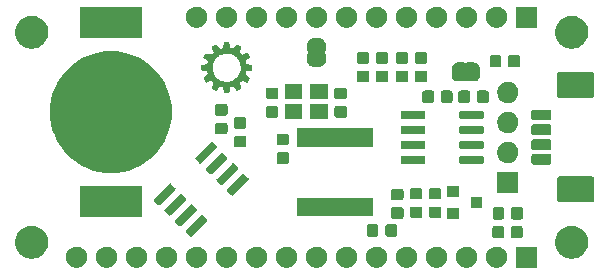
<source format=gbr>
G04 #@! TF.GenerationSoftware,KiCad,Pcbnew,(5.1.5-0-10_14)*
G04 #@! TF.CreationDate,2020-02-04T10:15:42+01:00*
G04 #@! TF.ProjectId,FeatherCAN,46656174-6865-4724-9341-4e2e6b696361,1.0*
G04 #@! TF.SameCoordinates,Original*
G04 #@! TF.FileFunction,Soldermask,Top*
G04 #@! TF.FilePolarity,Negative*
%FSLAX46Y46*%
G04 Gerber Fmt 4.6, Leading zero omitted, Abs format (unit mm)*
G04 Created by KiCad (PCBNEW (5.1.5-0-10_14)) date 2020-02-04 10:15:42*
%MOMM*%
%LPD*%
G04 APERTURE LIST*
%ADD10C,0.010000*%
%ADD11C,0.100000*%
G04 APERTURE END LIST*
D10*
G36*
X135385634Y-98003442D02*
G01*
X135387360Y-98012699D01*
X135390146Y-98029084D01*
X135393792Y-98051355D01*
X135398098Y-98078267D01*
X135402862Y-98108576D01*
X135407884Y-98141040D01*
X135409340Y-98150550D01*
X135418590Y-98209689D01*
X135427279Y-98262412D01*
X135435338Y-98308339D01*
X135442696Y-98347088D01*
X135449283Y-98378278D01*
X135455030Y-98401527D01*
X135456305Y-98405980D01*
X135465893Y-98426510D01*
X135482126Y-98445209D01*
X135505385Y-98462325D01*
X135536053Y-98478103D01*
X135574510Y-98492787D01*
X135606400Y-98502585D01*
X135637758Y-98510337D01*
X135671110Y-98516608D01*
X135704857Y-98521269D01*
X135737396Y-98524189D01*
X135767128Y-98525239D01*
X135792453Y-98524288D01*
X135811768Y-98521207D01*
X135816632Y-98519670D01*
X135824248Y-98514857D01*
X135835042Y-98504766D01*
X135849461Y-98488916D01*
X135867952Y-98466829D01*
X135880603Y-98451117D01*
X135904575Y-98421349D01*
X135929802Y-98390601D01*
X135955660Y-98359586D01*
X135981525Y-98329016D01*
X136006773Y-98299602D01*
X136030782Y-98272058D01*
X136052926Y-98247096D01*
X136072582Y-98225427D01*
X136089126Y-98207764D01*
X136101935Y-98194820D01*
X136110384Y-98187305D01*
X136113067Y-98185709D01*
X136116790Y-98185536D01*
X136122315Y-98186928D01*
X136130314Y-98190257D01*
X136141462Y-98195899D01*
X136156431Y-98204226D01*
X136175894Y-98215613D01*
X136200524Y-98230433D01*
X136230994Y-98249060D01*
X136265807Y-98270525D01*
X136300606Y-98292200D01*
X136331724Y-98311907D01*
X136358553Y-98329240D01*
X136380485Y-98343799D01*
X136396913Y-98355179D01*
X136407227Y-98362979D01*
X136410780Y-98366599D01*
X136410300Y-98372385D01*
X136407061Y-98385010D01*
X136401006Y-98404646D01*
X136392078Y-98431465D01*
X136380218Y-98465638D01*
X136365372Y-98507337D01*
X136347480Y-98556734D01*
X136346629Y-98559067D01*
X136330079Y-98604397D01*
X136316219Y-98642561D01*
X136304912Y-98674376D01*
X136296019Y-98700656D01*
X136289403Y-98722216D01*
X136284925Y-98739872D01*
X136282448Y-98754439D01*
X136281834Y-98766732D01*
X136282944Y-98777567D01*
X136285642Y-98787758D01*
X136289788Y-98798120D01*
X136295246Y-98809470D01*
X136301876Y-98822621D01*
X136301998Y-98822864D01*
X136320951Y-98856361D01*
X136344304Y-98890624D01*
X136370826Y-98924308D01*
X136399287Y-98956071D01*
X136428456Y-98984570D01*
X136457105Y-99008461D01*
X136484002Y-99026402D01*
X136492584Y-99030935D01*
X136522917Y-99045711D01*
X136594883Y-99016825D01*
X136616814Y-99008257D01*
X136643217Y-98998325D01*
X136673108Y-98987367D01*
X136705502Y-98975718D01*
X136739415Y-98963718D01*
X136773862Y-98951701D01*
X136807859Y-98940007D01*
X136840420Y-98928972D01*
X136870562Y-98918932D01*
X136897301Y-98910226D01*
X136919650Y-98903190D01*
X136936627Y-98898162D01*
X136947246Y-98895479D01*
X136950216Y-98895142D01*
X136954275Y-98899017D01*
X136961828Y-98909383D01*
X136972328Y-98925292D01*
X136985225Y-98945796D01*
X136999973Y-98969946D01*
X137016025Y-98996795D01*
X137032832Y-99025393D01*
X137049846Y-99054792D01*
X137066521Y-99084043D01*
X137082309Y-99112199D01*
X137096662Y-99138311D01*
X137109032Y-99161431D01*
X137118871Y-99180610D01*
X137125633Y-99194899D01*
X137128770Y-99203351D01*
X137128920Y-99204632D01*
X137127900Y-99207973D01*
X137124829Y-99212646D01*
X137119217Y-99219097D01*
X137110576Y-99227768D01*
X137098416Y-99239104D01*
X137082249Y-99253548D01*
X137061584Y-99271544D01*
X137035933Y-99293536D01*
X137004807Y-99319968D01*
X136967717Y-99351283D01*
X136961646Y-99356397D01*
X136929255Y-99383675D01*
X136898722Y-99409379D01*
X136870680Y-99432979D01*
X136845760Y-99453942D01*
X136824595Y-99471738D01*
X136807816Y-99485834D01*
X136796055Y-99495699D01*
X136789946Y-99500802D01*
X136789304Y-99501328D01*
X136782995Y-99509082D01*
X136778641Y-99521297D01*
X136776014Y-99539136D01*
X136774884Y-99563762D01*
X136774800Y-99574922D01*
X136776256Y-99614409D01*
X136780408Y-99653789D01*
X136786928Y-99692053D01*
X136795491Y-99728192D01*
X136805771Y-99761198D01*
X136817441Y-99790062D01*
X136830176Y-99813778D01*
X136843649Y-99831335D01*
X136857534Y-99841725D01*
X136861583Y-99843252D01*
X136867288Y-99844441D01*
X136880521Y-99846941D01*
X136900469Y-99850605D01*
X136926319Y-99855287D01*
X136957259Y-99860841D01*
X136992476Y-99867121D01*
X137031157Y-99873981D01*
X137072491Y-99881274D01*
X137088067Y-99884013D01*
X137130046Y-99891407D01*
X137169574Y-99898407D01*
X137205851Y-99904868D01*
X137238081Y-99910646D01*
X137265464Y-99915598D01*
X137287202Y-99919580D01*
X137302498Y-99922448D01*
X137310553Y-99924057D01*
X137311547Y-99924307D01*
X137312905Y-99926326D01*
X137314005Y-99931727D01*
X137314860Y-99941165D01*
X137315486Y-99955291D01*
X137315898Y-99974759D01*
X137316111Y-100000222D01*
X137316139Y-100032332D01*
X137315999Y-100071743D01*
X137315780Y-100108192D01*
X137315358Y-100155869D01*
X137314787Y-100197103D01*
X137314076Y-100231545D01*
X137313235Y-100258847D01*
X137312276Y-100278662D01*
X137311208Y-100290641D01*
X137310269Y-100294362D01*
X137305351Y-100295786D01*
X137292862Y-100298249D01*
X137273620Y-100301619D01*
X137248440Y-100305767D01*
X137218139Y-100310560D01*
X137183530Y-100315868D01*
X137145432Y-100321560D01*
X137104659Y-100327505D01*
X137096486Y-100328679D01*
X137055049Y-100334642D01*
X137015926Y-100340311D01*
X136979962Y-100345561D01*
X136948005Y-100350267D01*
X136920901Y-100354303D01*
X136899496Y-100357544D01*
X136884637Y-100359865D01*
X136877170Y-100361140D01*
X136876697Y-100361244D01*
X136864978Y-100367289D01*
X136851399Y-100379178D01*
X136837647Y-100395066D01*
X136825411Y-100413110D01*
X136819943Y-100423275D01*
X136807611Y-100454243D01*
X136797196Y-100491128D01*
X136789078Y-100531523D01*
X136783639Y-100573017D01*
X136781262Y-100613202D01*
X136782328Y-100649670D01*
X136782995Y-100656369D01*
X136785717Y-100677202D01*
X136789202Y-100694031D01*
X136794378Y-100708272D01*
X136802171Y-100721341D01*
X136813507Y-100734655D01*
X136829313Y-100749628D01*
X136850516Y-100767678D01*
X136862003Y-100777131D01*
X136886805Y-100797542D01*
X136913614Y-100819788D01*
X136941690Y-100843240D01*
X136970294Y-100867269D01*
X136998689Y-100891245D01*
X137026134Y-100914538D01*
X137051893Y-100936519D01*
X137075226Y-100956560D01*
X137095394Y-100974029D01*
X137111659Y-100988299D01*
X137123282Y-100998738D01*
X137129525Y-101004719D01*
X137130400Y-101005861D01*
X137128319Y-101010246D01*
X137122492Y-101020795D01*
X137113546Y-101036420D01*
X137102105Y-101056033D01*
X137088797Y-101078548D01*
X137082603Y-101088938D01*
X137065382Y-101117904D01*
X137046673Y-101149630D01*
X137027965Y-101181573D01*
X137010748Y-101211189D01*
X136997312Y-101234534D01*
X136980604Y-101263667D01*
X136967512Y-101286198D01*
X136957533Y-101302920D01*
X136950161Y-101314627D01*
X136944895Y-101322113D01*
X136941229Y-101326173D01*
X136938660Y-101327599D01*
X136938226Y-101327638D01*
X136933577Y-101326196D01*
X136921850Y-101322065D01*
X136903884Y-101315553D01*
X136880517Y-101306969D01*
X136852589Y-101296623D01*
X136820939Y-101284824D01*
X136786407Y-101271880D01*
X136766776Y-101264493D01*
X136730296Y-101250804D01*
X136695614Y-101237901D01*
X136663678Y-101226126D01*
X136635432Y-101215823D01*
X136611823Y-101207338D01*
X136593797Y-101201013D01*
X136582301Y-101197193D01*
X136579449Y-101196368D01*
X136554697Y-101194135D01*
X136526160Y-101198467D01*
X136494731Y-101208869D01*
X136461300Y-101224847D01*
X136426759Y-101245906D01*
X136391998Y-101271553D01*
X136357909Y-101301291D01*
X136325382Y-101334628D01*
X136320642Y-101339966D01*
X136307220Y-101356669D01*
X136294313Y-101375068D01*
X136284436Y-101391545D01*
X136283407Y-101393556D01*
X136278589Y-101403476D01*
X136275281Y-101411912D01*
X136273614Y-101420235D01*
X136273722Y-101429818D01*
X136275738Y-101442032D01*
X136279793Y-101458250D01*
X136286022Y-101479843D01*
X136294478Y-101507925D01*
X136308297Y-101551104D01*
X136324966Y-101598567D01*
X136344801Y-101651155D01*
X136368117Y-101709708D01*
X136388338Y-101758670D01*
X136398731Y-101783725D01*
X136407812Y-101806038D01*
X136415132Y-101824473D01*
X136420244Y-101837894D01*
X136422699Y-101845165D01*
X136422819Y-101846126D01*
X136418056Y-101849341D01*
X136406945Y-101856129D01*
X136390415Y-101865958D01*
X136369397Y-101878295D01*
X136344821Y-101892605D01*
X136317618Y-101908356D01*
X136288716Y-101925014D01*
X136259046Y-101942046D01*
X136229540Y-101958920D01*
X136201125Y-101975101D01*
X136174734Y-101990056D01*
X136151295Y-102003253D01*
X136131739Y-102014157D01*
X136116997Y-102022236D01*
X136107998Y-102026957D01*
X136105622Y-102027977D01*
X136101622Y-102024863D01*
X136092716Y-102015754D01*
X136079380Y-102001192D01*
X136062088Y-101981719D01*
X136041317Y-101957876D01*
X136017541Y-101930206D01*
X135991236Y-101899251D01*
X135962877Y-101865552D01*
X135957362Y-101858963D01*
X135927612Y-101823554D01*
X135899913Y-101790914D01*
X135874739Y-101761581D01*
X135852560Y-101736091D01*
X135833848Y-101714982D01*
X135819076Y-101698793D01*
X135808715Y-101688060D01*
X135803237Y-101683321D01*
X135803157Y-101683279D01*
X135791804Y-101680106D01*
X135773802Y-101678094D01*
X135750888Y-101677222D01*
X135724796Y-101677470D01*
X135697263Y-101678818D01*
X135670023Y-101681246D01*
X135644813Y-101684733D01*
X135642384Y-101685155D01*
X135602978Y-101693129D01*
X135566272Y-101702459D01*
X135534090Y-101712620D01*
X135508257Y-101723088D01*
X135504876Y-101724736D01*
X135499521Y-101727198D01*
X135494998Y-101729176D01*
X135491129Y-101731325D01*
X135487735Y-101734304D01*
X135484640Y-101738770D01*
X135481666Y-101745382D01*
X135478636Y-101754796D01*
X135475371Y-101767670D01*
X135471694Y-101784662D01*
X135467427Y-101806430D01*
X135462394Y-101833632D01*
X135456416Y-101866924D01*
X135449315Y-101906965D01*
X135440915Y-101954412D01*
X135437195Y-101975367D01*
X135430048Y-102015516D01*
X135423214Y-102053799D01*
X135416865Y-102089264D01*
X135411172Y-102120959D01*
X135406306Y-102147931D01*
X135402439Y-102169229D01*
X135399741Y-102183900D01*
X135398544Y-102190209D01*
X135394133Y-102212434D01*
X135208034Y-102212434D01*
X135161379Y-102212383D01*
X135122584Y-102212220D01*
X135091041Y-102211927D01*
X135066145Y-102211488D01*
X135047289Y-102210886D01*
X135033866Y-102210102D01*
X135025269Y-102209121D01*
X135020892Y-102207924D01*
X135020054Y-102207142D01*
X135018669Y-102201041D01*
X135016120Y-102187620D01*
X135012578Y-102167917D01*
X135008219Y-102142971D01*
X135003215Y-102113822D01*
X134997740Y-102081510D01*
X134991968Y-102047073D01*
X134986072Y-102011550D01*
X134980226Y-101975982D01*
X134974603Y-101941406D01*
X134969377Y-101908863D01*
X134964722Y-101879392D01*
X134960811Y-101854031D01*
X134958601Y-101839223D01*
X134953636Y-101806711D01*
X134949346Y-101781857D01*
X134945568Y-101763896D01*
X134942139Y-101752060D01*
X134938896Y-101745584D01*
X134938649Y-101745285D01*
X134916830Y-101725359D01*
X134887993Y-101707150D01*
X134853495Y-101691115D01*
X134814692Y-101677714D01*
X134772939Y-101667407D01*
X134729591Y-101660651D01*
X134686006Y-101657905D01*
X134680372Y-101657867D01*
X134640045Y-101657867D01*
X134624193Y-101675858D01*
X134616655Y-101684468D01*
X134604667Y-101698225D01*
X134589322Y-101715873D01*
X134571710Y-101736158D01*
X134552922Y-101757825D01*
X134547512Y-101764069D01*
X134526442Y-101788339D01*
X134501568Y-101816906D01*
X134474686Y-101847713D01*
X134447589Y-101878705D01*
X134422071Y-101907827D01*
X134412600Y-101918614D01*
X134392145Y-101941927D01*
X134372973Y-101963833D01*
X134355968Y-101983318D01*
X134342014Y-101999367D01*
X134331996Y-102010965D01*
X134327148Y-102016670D01*
X134319421Y-102025180D01*
X134313727Y-102029996D01*
X134312635Y-102030400D01*
X134308033Y-102028333D01*
X134297148Y-102022488D01*
X134280887Y-102013399D01*
X134260158Y-102001599D01*
X134235871Y-101987621D01*
X134208932Y-101972001D01*
X134180251Y-101955271D01*
X134150734Y-101937965D01*
X134121290Y-101920617D01*
X134092827Y-101903760D01*
X134066253Y-101887929D01*
X134042476Y-101873656D01*
X134022404Y-101861476D01*
X134006946Y-101851923D01*
X133997008Y-101845529D01*
X133993500Y-101842830D01*
X133994959Y-101837890D01*
X133999090Y-101826021D01*
X134005528Y-101808195D01*
X134013906Y-101785385D01*
X134023856Y-101758565D01*
X134035013Y-101728706D01*
X134047009Y-101696783D01*
X134059479Y-101663767D01*
X134072055Y-101630633D01*
X134084370Y-101598351D01*
X134096059Y-101567897D01*
X134106754Y-101540241D01*
X134116089Y-101516358D01*
X134123697Y-101497219D01*
X134124543Y-101495123D01*
X134135732Y-101466747D01*
X134143532Y-101444483D01*
X134148080Y-101426744D01*
X134149511Y-101411944D01*
X134147962Y-101398497D01*
X134143568Y-101384817D01*
X134136467Y-101369317D01*
X134135507Y-101367394D01*
X134116629Y-101335147D01*
X134093039Y-101303385D01*
X134065815Y-101272967D01*
X134036033Y-101244753D01*
X134004773Y-101219604D01*
X133973113Y-101198378D01*
X133942129Y-101181935D01*
X133912901Y-101171136D01*
X133886505Y-101166839D01*
X133884005Y-101166800D01*
X133876860Y-101167216D01*
X133868436Y-101168623D01*
X133858144Y-101171265D01*
X133845394Y-101175384D01*
X133829598Y-101181222D01*
X133810167Y-101189021D01*
X133786511Y-101199023D01*
X133758042Y-101211471D01*
X133724171Y-101226607D01*
X133684308Y-101244673D01*
X133637864Y-101265912D01*
X133594105Y-101286027D01*
X133567092Y-101298395D01*
X133542716Y-101309422D01*
X133521996Y-101318658D01*
X133505951Y-101325653D01*
X133495598Y-101329957D01*
X133491963Y-101331144D01*
X133489188Y-101327044D01*
X133482527Y-101316820D01*
X133472634Y-101301497D01*
X133460164Y-101282097D01*
X133445771Y-101259644D01*
X133430108Y-101235162D01*
X133413829Y-101209673D01*
X133397590Y-101184202D01*
X133382043Y-101159772D01*
X133367843Y-101137406D01*
X133355644Y-101118127D01*
X133346101Y-101102960D01*
X133344989Y-101101184D01*
X133329476Y-101076276D01*
X133317999Y-101057466D01*
X133310063Y-101043699D01*
X133305173Y-101033921D01*
X133302834Y-101027078D01*
X133302551Y-101022114D01*
X133303827Y-101017976D01*
X133304917Y-101015849D01*
X133308420Y-101011064D01*
X133315379Y-101003396D01*
X133326137Y-100992525D01*
X133341035Y-100978131D01*
X133360415Y-100959892D01*
X133384620Y-100937490D01*
X133413991Y-100910603D01*
X133448871Y-100878912D01*
X133489600Y-100842095D01*
X133510900Y-100822895D01*
X133537318Y-100798973D01*
X133562059Y-100776333D01*
X133584331Y-100755716D01*
X133603340Y-100737867D01*
X133618295Y-100723528D01*
X133628403Y-100713443D01*
X133632609Y-100708746D01*
X133639282Y-100693386D01*
X133642323Y-100671565D01*
X133641936Y-100644371D01*
X133638327Y-100612891D01*
X133631700Y-100578212D01*
X133622261Y-100541421D01*
X133610214Y-100503605D01*
X133595765Y-100465850D01*
X133580389Y-100431825D01*
X133571639Y-100414752D01*
X133563410Y-100400109D01*
X133556870Y-100389905D01*
X133554193Y-100386705D01*
X133547890Y-100383916D01*
X133534245Y-100379829D01*
X133514242Y-100374690D01*
X133488865Y-100368745D01*
X133459098Y-100362239D01*
X133441050Y-100358477D01*
X133406672Y-100351372D01*
X133366627Y-100343001D01*
X133323517Y-100333915D01*
X133279946Y-100324663D01*
X133238515Y-100315796D01*
X133212450Y-100310171D01*
X133089684Y-100283563D01*
X133088581Y-100101598D01*
X133088572Y-100100084D01*
X133982886Y-100100084D01*
X133983008Y-100136892D01*
X133983555Y-100172281D01*
X133984525Y-100204618D01*
X133985921Y-100232274D01*
X133987744Y-100253616D01*
X133988404Y-100258750D01*
X134007487Y-100364320D01*
X134033705Y-100465352D01*
X134067111Y-100561950D01*
X134107762Y-100654221D01*
X134155710Y-100742269D01*
X134211013Y-100826200D01*
X134273723Y-100906119D01*
X134343896Y-100982132D01*
X134385084Y-101021751D01*
X134460953Y-101086110D01*
X134541811Y-101143818D01*
X134627123Y-101194640D01*
X134716354Y-101238341D01*
X134808970Y-101274688D01*
X134904435Y-101303444D01*
X135002214Y-101324376D01*
X135101773Y-101337249D01*
X135104750Y-101337506D01*
X135124433Y-101338629D01*
X135150401Y-101339322D01*
X135180487Y-101339604D01*
X135212521Y-101339491D01*
X135244335Y-101338999D01*
X135273759Y-101338146D01*
X135298625Y-101336949D01*
X135312507Y-101335881D01*
X135414831Y-101322086D01*
X135513521Y-101300828D01*
X135608942Y-101271963D01*
X135701461Y-101235342D01*
X135791445Y-101190822D01*
X135879260Y-101138255D01*
X135965272Y-101077495D01*
X135970467Y-101073521D01*
X135991365Y-101056383D01*
X136016308Y-101034190D01*
X136043881Y-101008356D01*
X136072667Y-100980296D01*
X136101250Y-100951426D01*
X136128215Y-100923161D01*
X136152146Y-100896915D01*
X136171627Y-100874104D01*
X136177875Y-100866234D01*
X136238560Y-100780971D01*
X136291291Y-100692825D01*
X136336118Y-100601678D01*
X136373090Y-100507410D01*
X136402256Y-100409901D01*
X136423665Y-100309032D01*
X136432379Y-100250284D01*
X136434832Y-100223864D01*
X136436517Y-100191007D01*
X136437449Y-100153705D01*
X136437641Y-100113951D01*
X136437106Y-100073736D01*
X136435859Y-100035055D01*
X136433913Y-99999900D01*
X136431282Y-99970263D01*
X136430410Y-99963121D01*
X136412883Y-99861228D01*
X136387719Y-99762524D01*
X136355203Y-99667324D01*
X136315620Y-99575944D01*
X136269255Y-99488702D01*
X136216393Y-99405913D01*
X136157318Y-99327895D01*
X136092316Y-99254962D01*
X136021672Y-99187432D01*
X135945670Y-99125620D01*
X135864596Y-99069844D01*
X135778733Y-99020420D01*
X135688368Y-98977663D01*
X135593784Y-98941890D01*
X135495268Y-98913417D01*
X135482178Y-98910267D01*
X135427566Y-98899397D01*
X135367272Y-98890864D01*
X135303798Y-98884834D01*
X135239647Y-98881479D01*
X135177321Y-98880966D01*
X135119324Y-98883466D01*
X135104231Y-98884726D01*
X135001179Y-98898244D01*
X134902045Y-98919206D01*
X134806514Y-98947722D01*
X134714269Y-98983904D01*
X134624996Y-99027863D01*
X134538380Y-99079709D01*
X134524930Y-99088621D01*
X134485747Y-99115628D01*
X134451462Y-99140972D01*
X134419779Y-99166542D01*
X134388404Y-99194225D01*
X134355041Y-99225907D01*
X134340229Y-99240517D01*
X134270289Y-99315858D01*
X134207722Y-99395358D01*
X134152537Y-99479001D01*
X134104742Y-99566769D01*
X134064346Y-99658645D01*
X134031356Y-99754613D01*
X134005782Y-99854656D01*
X133988590Y-99951833D01*
X133986610Y-99971274D01*
X133985049Y-99997451D01*
X133983907Y-100028732D01*
X133983186Y-100063487D01*
X133982886Y-100100084D01*
X133088572Y-100100084D01*
X133087478Y-99919632D01*
X133204997Y-99901654D01*
X133255582Y-99894039D01*
X133303867Y-99887011D01*
X133349038Y-99880675D01*
X133390277Y-99875137D01*
X133426769Y-99870502D01*
X133457698Y-99866876D01*
X133482247Y-99864364D01*
X133499601Y-99863071D01*
X133504550Y-99862918D01*
X133528205Y-99860095D01*
X133548940Y-99851572D01*
X133567643Y-99836651D01*
X133585203Y-99814635D01*
X133601439Y-99786886D01*
X133617989Y-99749524D01*
X133631675Y-99707391D01*
X133641905Y-99663166D01*
X133648086Y-99619530D01*
X133649625Y-99579161D01*
X133649273Y-99570834D01*
X133647362Y-99546878D01*
X133644157Y-99529140D01*
X133638489Y-99515373D01*
X133629187Y-99503329D01*
X133615079Y-99490760D01*
X133602502Y-99481037D01*
X133586766Y-99469042D01*
X133570682Y-99456467D01*
X133553483Y-99442670D01*
X133534399Y-99427011D01*
X133512665Y-99408850D01*
X133487511Y-99387544D01*
X133458171Y-99362455D01*
X133423877Y-99332941D01*
X133391296Y-99304795D01*
X133286508Y-99214157D01*
X133294476Y-99200937D01*
X133298830Y-99193462D01*
X133306608Y-99179859D01*
X133317094Y-99161387D01*
X133329576Y-99139305D01*
X133343338Y-99114872D01*
X133349981Y-99103050D01*
X133374732Y-99059495D01*
X133396117Y-99022979D01*
X133414070Y-98993606D01*
X133428526Y-98971479D01*
X133439418Y-98956701D01*
X133446682Y-98949374D01*
X133448825Y-98948534D01*
X133457426Y-98949434D01*
X133473268Y-98951992D01*
X133495333Y-98955993D01*
X133522606Y-98961223D01*
X133554070Y-98967467D01*
X133588708Y-98974511D01*
X133625504Y-98982140D01*
X133663441Y-98990140D01*
X133701503Y-98998297D01*
X133738672Y-99006395D01*
X133773933Y-99014221D01*
X133806269Y-99021560D01*
X133834664Y-99028197D01*
X133858100Y-99033918D01*
X133875561Y-99038509D01*
X133876345Y-99038729D01*
X133898268Y-99044302D01*
X133915096Y-99046401D01*
X133929633Y-99044605D01*
X133944680Y-99038497D01*
X133963040Y-99027655D01*
X133966910Y-99025171D01*
X133989765Y-99008750D01*
X134015019Y-98987817D01*
X134041378Y-98963710D01*
X134067550Y-98937767D01*
X134092241Y-98911326D01*
X134114160Y-98885724D01*
X134132014Y-98862300D01*
X134144509Y-98842392D01*
X134145650Y-98840177D01*
X134154765Y-98821925D01*
X134092663Y-98655571D01*
X134078444Y-98617482D01*
X134064355Y-98579745D01*
X134050850Y-98543572D01*
X134038381Y-98510177D01*
X134027402Y-98480772D01*
X134018364Y-98456570D01*
X134011722Y-98438784D01*
X134010489Y-98435483D01*
X133990416Y-98381750D01*
X134001483Y-98371532D01*
X134007530Y-98367099D01*
X134019696Y-98359115D01*
X134037046Y-98348140D01*
X134058646Y-98334732D01*
X134083563Y-98319452D01*
X134110863Y-98302858D01*
X134139612Y-98285511D01*
X134168876Y-98267968D01*
X134197721Y-98250790D01*
X134225213Y-98234536D01*
X134250419Y-98219765D01*
X134272404Y-98207036D01*
X134290235Y-98196909D01*
X134302977Y-98189944D01*
X134309697Y-98186699D01*
X134310365Y-98186534D01*
X134313761Y-98189650D01*
X134321997Y-98198519D01*
X134334454Y-98212424D01*
X134350514Y-98230645D01*
X134369558Y-98252464D01*
X134390967Y-98277162D01*
X134414123Y-98304021D01*
X134438407Y-98332323D01*
X134463200Y-98361348D01*
X134487884Y-98390379D01*
X134511840Y-98418697D01*
X134534448Y-98445583D01*
X134555092Y-98470319D01*
X134564395Y-98481549D01*
X134581604Y-98502090D01*
X134595546Y-98517157D01*
X134608059Y-98527587D01*
X134620986Y-98534220D01*
X134636166Y-98537894D01*
X134655441Y-98539445D01*
X134680651Y-98539714D01*
X134692000Y-98539655D01*
X134756658Y-98535356D01*
X134818955Y-98523144D01*
X134877055Y-98503999D01*
X134894113Y-98497252D01*
X134907617Y-98491347D01*
X134918161Y-98485220D01*
X134926341Y-98477808D01*
X134932751Y-98468046D01*
X134937988Y-98454872D01*
X134942646Y-98437222D01*
X134947321Y-98414032D01*
X134952608Y-98384240D01*
X134956415Y-98362217D01*
X134962097Y-98329209D01*
X134968752Y-98290207D01*
X134975981Y-98247571D01*
X134983385Y-98203663D01*
X134990565Y-98160843D01*
X134996969Y-98122382D01*
X135019190Y-97988381D01*
X135031808Y-97985857D01*
X135038740Y-97985301D01*
X135053149Y-97984787D01*
X135074044Y-97984329D01*
X135100434Y-97983942D01*
X135131330Y-97983638D01*
X135165740Y-97983433D01*
X135202674Y-97983338D01*
X135212879Y-97983334D01*
X135381332Y-97983334D01*
X135385634Y-98003442D01*
G37*
X135385634Y-98003442D02*
X135387360Y-98012699D01*
X135390146Y-98029084D01*
X135393792Y-98051355D01*
X135398098Y-98078267D01*
X135402862Y-98108576D01*
X135407884Y-98141040D01*
X135409340Y-98150550D01*
X135418590Y-98209689D01*
X135427279Y-98262412D01*
X135435338Y-98308339D01*
X135442696Y-98347088D01*
X135449283Y-98378278D01*
X135455030Y-98401527D01*
X135456305Y-98405980D01*
X135465893Y-98426510D01*
X135482126Y-98445209D01*
X135505385Y-98462325D01*
X135536053Y-98478103D01*
X135574510Y-98492787D01*
X135606400Y-98502585D01*
X135637758Y-98510337D01*
X135671110Y-98516608D01*
X135704857Y-98521269D01*
X135737396Y-98524189D01*
X135767128Y-98525239D01*
X135792453Y-98524288D01*
X135811768Y-98521207D01*
X135816632Y-98519670D01*
X135824248Y-98514857D01*
X135835042Y-98504766D01*
X135849461Y-98488916D01*
X135867952Y-98466829D01*
X135880603Y-98451117D01*
X135904575Y-98421349D01*
X135929802Y-98390601D01*
X135955660Y-98359586D01*
X135981525Y-98329016D01*
X136006773Y-98299602D01*
X136030782Y-98272058D01*
X136052926Y-98247096D01*
X136072582Y-98225427D01*
X136089126Y-98207764D01*
X136101935Y-98194820D01*
X136110384Y-98187305D01*
X136113067Y-98185709D01*
X136116790Y-98185536D01*
X136122315Y-98186928D01*
X136130314Y-98190257D01*
X136141462Y-98195899D01*
X136156431Y-98204226D01*
X136175894Y-98215613D01*
X136200524Y-98230433D01*
X136230994Y-98249060D01*
X136265807Y-98270525D01*
X136300606Y-98292200D01*
X136331724Y-98311907D01*
X136358553Y-98329240D01*
X136380485Y-98343799D01*
X136396913Y-98355179D01*
X136407227Y-98362979D01*
X136410780Y-98366599D01*
X136410300Y-98372385D01*
X136407061Y-98385010D01*
X136401006Y-98404646D01*
X136392078Y-98431465D01*
X136380218Y-98465638D01*
X136365372Y-98507337D01*
X136347480Y-98556734D01*
X136346629Y-98559067D01*
X136330079Y-98604397D01*
X136316219Y-98642561D01*
X136304912Y-98674376D01*
X136296019Y-98700656D01*
X136289403Y-98722216D01*
X136284925Y-98739872D01*
X136282448Y-98754439D01*
X136281834Y-98766732D01*
X136282944Y-98777567D01*
X136285642Y-98787758D01*
X136289788Y-98798120D01*
X136295246Y-98809470D01*
X136301876Y-98822621D01*
X136301998Y-98822864D01*
X136320951Y-98856361D01*
X136344304Y-98890624D01*
X136370826Y-98924308D01*
X136399287Y-98956071D01*
X136428456Y-98984570D01*
X136457105Y-99008461D01*
X136484002Y-99026402D01*
X136492584Y-99030935D01*
X136522917Y-99045711D01*
X136594883Y-99016825D01*
X136616814Y-99008257D01*
X136643217Y-98998325D01*
X136673108Y-98987367D01*
X136705502Y-98975718D01*
X136739415Y-98963718D01*
X136773862Y-98951701D01*
X136807859Y-98940007D01*
X136840420Y-98928972D01*
X136870562Y-98918932D01*
X136897301Y-98910226D01*
X136919650Y-98903190D01*
X136936627Y-98898162D01*
X136947246Y-98895479D01*
X136950216Y-98895142D01*
X136954275Y-98899017D01*
X136961828Y-98909383D01*
X136972328Y-98925292D01*
X136985225Y-98945796D01*
X136999973Y-98969946D01*
X137016025Y-98996795D01*
X137032832Y-99025393D01*
X137049846Y-99054792D01*
X137066521Y-99084043D01*
X137082309Y-99112199D01*
X137096662Y-99138311D01*
X137109032Y-99161431D01*
X137118871Y-99180610D01*
X137125633Y-99194899D01*
X137128770Y-99203351D01*
X137128920Y-99204632D01*
X137127900Y-99207973D01*
X137124829Y-99212646D01*
X137119217Y-99219097D01*
X137110576Y-99227768D01*
X137098416Y-99239104D01*
X137082249Y-99253548D01*
X137061584Y-99271544D01*
X137035933Y-99293536D01*
X137004807Y-99319968D01*
X136967717Y-99351283D01*
X136961646Y-99356397D01*
X136929255Y-99383675D01*
X136898722Y-99409379D01*
X136870680Y-99432979D01*
X136845760Y-99453942D01*
X136824595Y-99471738D01*
X136807816Y-99485834D01*
X136796055Y-99495699D01*
X136789946Y-99500802D01*
X136789304Y-99501328D01*
X136782995Y-99509082D01*
X136778641Y-99521297D01*
X136776014Y-99539136D01*
X136774884Y-99563762D01*
X136774800Y-99574922D01*
X136776256Y-99614409D01*
X136780408Y-99653789D01*
X136786928Y-99692053D01*
X136795491Y-99728192D01*
X136805771Y-99761198D01*
X136817441Y-99790062D01*
X136830176Y-99813778D01*
X136843649Y-99831335D01*
X136857534Y-99841725D01*
X136861583Y-99843252D01*
X136867288Y-99844441D01*
X136880521Y-99846941D01*
X136900469Y-99850605D01*
X136926319Y-99855287D01*
X136957259Y-99860841D01*
X136992476Y-99867121D01*
X137031157Y-99873981D01*
X137072491Y-99881274D01*
X137088067Y-99884013D01*
X137130046Y-99891407D01*
X137169574Y-99898407D01*
X137205851Y-99904868D01*
X137238081Y-99910646D01*
X137265464Y-99915598D01*
X137287202Y-99919580D01*
X137302498Y-99922448D01*
X137310553Y-99924057D01*
X137311547Y-99924307D01*
X137312905Y-99926326D01*
X137314005Y-99931727D01*
X137314860Y-99941165D01*
X137315486Y-99955291D01*
X137315898Y-99974759D01*
X137316111Y-100000222D01*
X137316139Y-100032332D01*
X137315999Y-100071743D01*
X137315780Y-100108192D01*
X137315358Y-100155869D01*
X137314787Y-100197103D01*
X137314076Y-100231545D01*
X137313235Y-100258847D01*
X137312276Y-100278662D01*
X137311208Y-100290641D01*
X137310269Y-100294362D01*
X137305351Y-100295786D01*
X137292862Y-100298249D01*
X137273620Y-100301619D01*
X137248440Y-100305767D01*
X137218139Y-100310560D01*
X137183530Y-100315868D01*
X137145432Y-100321560D01*
X137104659Y-100327505D01*
X137096486Y-100328679D01*
X137055049Y-100334642D01*
X137015926Y-100340311D01*
X136979962Y-100345561D01*
X136948005Y-100350267D01*
X136920901Y-100354303D01*
X136899496Y-100357544D01*
X136884637Y-100359865D01*
X136877170Y-100361140D01*
X136876697Y-100361244D01*
X136864978Y-100367289D01*
X136851399Y-100379178D01*
X136837647Y-100395066D01*
X136825411Y-100413110D01*
X136819943Y-100423275D01*
X136807611Y-100454243D01*
X136797196Y-100491128D01*
X136789078Y-100531523D01*
X136783639Y-100573017D01*
X136781262Y-100613202D01*
X136782328Y-100649670D01*
X136782995Y-100656369D01*
X136785717Y-100677202D01*
X136789202Y-100694031D01*
X136794378Y-100708272D01*
X136802171Y-100721341D01*
X136813507Y-100734655D01*
X136829313Y-100749628D01*
X136850516Y-100767678D01*
X136862003Y-100777131D01*
X136886805Y-100797542D01*
X136913614Y-100819788D01*
X136941690Y-100843240D01*
X136970294Y-100867269D01*
X136998689Y-100891245D01*
X137026134Y-100914538D01*
X137051893Y-100936519D01*
X137075226Y-100956560D01*
X137095394Y-100974029D01*
X137111659Y-100988299D01*
X137123282Y-100998738D01*
X137129525Y-101004719D01*
X137130400Y-101005861D01*
X137128319Y-101010246D01*
X137122492Y-101020795D01*
X137113546Y-101036420D01*
X137102105Y-101056033D01*
X137088797Y-101078548D01*
X137082603Y-101088938D01*
X137065382Y-101117904D01*
X137046673Y-101149630D01*
X137027965Y-101181573D01*
X137010748Y-101211189D01*
X136997312Y-101234534D01*
X136980604Y-101263667D01*
X136967512Y-101286198D01*
X136957533Y-101302920D01*
X136950161Y-101314627D01*
X136944895Y-101322113D01*
X136941229Y-101326173D01*
X136938660Y-101327599D01*
X136938226Y-101327638D01*
X136933577Y-101326196D01*
X136921850Y-101322065D01*
X136903884Y-101315553D01*
X136880517Y-101306969D01*
X136852589Y-101296623D01*
X136820939Y-101284824D01*
X136786407Y-101271880D01*
X136766776Y-101264493D01*
X136730296Y-101250804D01*
X136695614Y-101237901D01*
X136663678Y-101226126D01*
X136635432Y-101215823D01*
X136611823Y-101207338D01*
X136593797Y-101201013D01*
X136582301Y-101197193D01*
X136579449Y-101196368D01*
X136554697Y-101194135D01*
X136526160Y-101198467D01*
X136494731Y-101208869D01*
X136461300Y-101224847D01*
X136426759Y-101245906D01*
X136391998Y-101271553D01*
X136357909Y-101301291D01*
X136325382Y-101334628D01*
X136320642Y-101339966D01*
X136307220Y-101356669D01*
X136294313Y-101375068D01*
X136284436Y-101391545D01*
X136283407Y-101393556D01*
X136278589Y-101403476D01*
X136275281Y-101411912D01*
X136273614Y-101420235D01*
X136273722Y-101429818D01*
X136275738Y-101442032D01*
X136279793Y-101458250D01*
X136286022Y-101479843D01*
X136294478Y-101507925D01*
X136308297Y-101551104D01*
X136324966Y-101598567D01*
X136344801Y-101651155D01*
X136368117Y-101709708D01*
X136388338Y-101758670D01*
X136398731Y-101783725D01*
X136407812Y-101806038D01*
X136415132Y-101824473D01*
X136420244Y-101837894D01*
X136422699Y-101845165D01*
X136422819Y-101846126D01*
X136418056Y-101849341D01*
X136406945Y-101856129D01*
X136390415Y-101865958D01*
X136369397Y-101878295D01*
X136344821Y-101892605D01*
X136317618Y-101908356D01*
X136288716Y-101925014D01*
X136259046Y-101942046D01*
X136229540Y-101958920D01*
X136201125Y-101975101D01*
X136174734Y-101990056D01*
X136151295Y-102003253D01*
X136131739Y-102014157D01*
X136116997Y-102022236D01*
X136107998Y-102026957D01*
X136105622Y-102027977D01*
X136101622Y-102024863D01*
X136092716Y-102015754D01*
X136079380Y-102001192D01*
X136062088Y-101981719D01*
X136041317Y-101957876D01*
X136017541Y-101930206D01*
X135991236Y-101899251D01*
X135962877Y-101865552D01*
X135957362Y-101858963D01*
X135927612Y-101823554D01*
X135899913Y-101790914D01*
X135874739Y-101761581D01*
X135852560Y-101736091D01*
X135833848Y-101714982D01*
X135819076Y-101698793D01*
X135808715Y-101688060D01*
X135803237Y-101683321D01*
X135803157Y-101683279D01*
X135791804Y-101680106D01*
X135773802Y-101678094D01*
X135750888Y-101677222D01*
X135724796Y-101677470D01*
X135697263Y-101678818D01*
X135670023Y-101681246D01*
X135644813Y-101684733D01*
X135642384Y-101685155D01*
X135602978Y-101693129D01*
X135566272Y-101702459D01*
X135534090Y-101712620D01*
X135508257Y-101723088D01*
X135504876Y-101724736D01*
X135499521Y-101727198D01*
X135494998Y-101729176D01*
X135491129Y-101731325D01*
X135487735Y-101734304D01*
X135484640Y-101738770D01*
X135481666Y-101745382D01*
X135478636Y-101754796D01*
X135475371Y-101767670D01*
X135471694Y-101784662D01*
X135467427Y-101806430D01*
X135462394Y-101833632D01*
X135456416Y-101866924D01*
X135449315Y-101906965D01*
X135440915Y-101954412D01*
X135437195Y-101975367D01*
X135430048Y-102015516D01*
X135423214Y-102053799D01*
X135416865Y-102089264D01*
X135411172Y-102120959D01*
X135406306Y-102147931D01*
X135402439Y-102169229D01*
X135399741Y-102183900D01*
X135398544Y-102190209D01*
X135394133Y-102212434D01*
X135208034Y-102212434D01*
X135161379Y-102212383D01*
X135122584Y-102212220D01*
X135091041Y-102211927D01*
X135066145Y-102211488D01*
X135047289Y-102210886D01*
X135033866Y-102210102D01*
X135025269Y-102209121D01*
X135020892Y-102207924D01*
X135020054Y-102207142D01*
X135018669Y-102201041D01*
X135016120Y-102187620D01*
X135012578Y-102167917D01*
X135008219Y-102142971D01*
X135003215Y-102113822D01*
X134997740Y-102081510D01*
X134991968Y-102047073D01*
X134986072Y-102011550D01*
X134980226Y-101975982D01*
X134974603Y-101941406D01*
X134969377Y-101908863D01*
X134964722Y-101879392D01*
X134960811Y-101854031D01*
X134958601Y-101839223D01*
X134953636Y-101806711D01*
X134949346Y-101781857D01*
X134945568Y-101763896D01*
X134942139Y-101752060D01*
X134938896Y-101745584D01*
X134938649Y-101745285D01*
X134916830Y-101725359D01*
X134887993Y-101707150D01*
X134853495Y-101691115D01*
X134814692Y-101677714D01*
X134772939Y-101667407D01*
X134729591Y-101660651D01*
X134686006Y-101657905D01*
X134680372Y-101657867D01*
X134640045Y-101657867D01*
X134624193Y-101675858D01*
X134616655Y-101684468D01*
X134604667Y-101698225D01*
X134589322Y-101715873D01*
X134571710Y-101736158D01*
X134552922Y-101757825D01*
X134547512Y-101764069D01*
X134526442Y-101788339D01*
X134501568Y-101816906D01*
X134474686Y-101847713D01*
X134447589Y-101878705D01*
X134422071Y-101907827D01*
X134412600Y-101918614D01*
X134392145Y-101941927D01*
X134372973Y-101963833D01*
X134355968Y-101983318D01*
X134342014Y-101999367D01*
X134331996Y-102010965D01*
X134327148Y-102016670D01*
X134319421Y-102025180D01*
X134313727Y-102029996D01*
X134312635Y-102030400D01*
X134308033Y-102028333D01*
X134297148Y-102022488D01*
X134280887Y-102013399D01*
X134260158Y-102001599D01*
X134235871Y-101987621D01*
X134208932Y-101972001D01*
X134180251Y-101955271D01*
X134150734Y-101937965D01*
X134121290Y-101920617D01*
X134092827Y-101903760D01*
X134066253Y-101887929D01*
X134042476Y-101873656D01*
X134022404Y-101861476D01*
X134006946Y-101851923D01*
X133997008Y-101845529D01*
X133993500Y-101842830D01*
X133994959Y-101837890D01*
X133999090Y-101826021D01*
X134005528Y-101808195D01*
X134013906Y-101785385D01*
X134023856Y-101758565D01*
X134035013Y-101728706D01*
X134047009Y-101696783D01*
X134059479Y-101663767D01*
X134072055Y-101630633D01*
X134084370Y-101598351D01*
X134096059Y-101567897D01*
X134106754Y-101540241D01*
X134116089Y-101516358D01*
X134123697Y-101497219D01*
X134124543Y-101495123D01*
X134135732Y-101466747D01*
X134143532Y-101444483D01*
X134148080Y-101426744D01*
X134149511Y-101411944D01*
X134147962Y-101398497D01*
X134143568Y-101384817D01*
X134136467Y-101369317D01*
X134135507Y-101367394D01*
X134116629Y-101335147D01*
X134093039Y-101303385D01*
X134065815Y-101272967D01*
X134036033Y-101244753D01*
X134004773Y-101219604D01*
X133973113Y-101198378D01*
X133942129Y-101181935D01*
X133912901Y-101171136D01*
X133886505Y-101166839D01*
X133884005Y-101166800D01*
X133876860Y-101167216D01*
X133868436Y-101168623D01*
X133858144Y-101171265D01*
X133845394Y-101175384D01*
X133829598Y-101181222D01*
X133810167Y-101189021D01*
X133786511Y-101199023D01*
X133758042Y-101211471D01*
X133724171Y-101226607D01*
X133684308Y-101244673D01*
X133637864Y-101265912D01*
X133594105Y-101286027D01*
X133567092Y-101298395D01*
X133542716Y-101309422D01*
X133521996Y-101318658D01*
X133505951Y-101325653D01*
X133495598Y-101329957D01*
X133491963Y-101331144D01*
X133489188Y-101327044D01*
X133482527Y-101316820D01*
X133472634Y-101301497D01*
X133460164Y-101282097D01*
X133445771Y-101259644D01*
X133430108Y-101235162D01*
X133413829Y-101209673D01*
X133397590Y-101184202D01*
X133382043Y-101159772D01*
X133367843Y-101137406D01*
X133355644Y-101118127D01*
X133346101Y-101102960D01*
X133344989Y-101101184D01*
X133329476Y-101076276D01*
X133317999Y-101057466D01*
X133310063Y-101043699D01*
X133305173Y-101033921D01*
X133302834Y-101027078D01*
X133302551Y-101022114D01*
X133303827Y-101017976D01*
X133304917Y-101015849D01*
X133308420Y-101011064D01*
X133315379Y-101003396D01*
X133326137Y-100992525D01*
X133341035Y-100978131D01*
X133360415Y-100959892D01*
X133384620Y-100937490D01*
X133413991Y-100910603D01*
X133448871Y-100878912D01*
X133489600Y-100842095D01*
X133510900Y-100822895D01*
X133537318Y-100798973D01*
X133562059Y-100776333D01*
X133584331Y-100755716D01*
X133603340Y-100737867D01*
X133618295Y-100723528D01*
X133628403Y-100713443D01*
X133632609Y-100708746D01*
X133639282Y-100693386D01*
X133642323Y-100671565D01*
X133641936Y-100644371D01*
X133638327Y-100612891D01*
X133631700Y-100578212D01*
X133622261Y-100541421D01*
X133610214Y-100503605D01*
X133595765Y-100465850D01*
X133580389Y-100431825D01*
X133571639Y-100414752D01*
X133563410Y-100400109D01*
X133556870Y-100389905D01*
X133554193Y-100386705D01*
X133547890Y-100383916D01*
X133534245Y-100379829D01*
X133514242Y-100374690D01*
X133488865Y-100368745D01*
X133459098Y-100362239D01*
X133441050Y-100358477D01*
X133406672Y-100351372D01*
X133366627Y-100343001D01*
X133323517Y-100333915D01*
X133279946Y-100324663D01*
X133238515Y-100315796D01*
X133212450Y-100310171D01*
X133089684Y-100283563D01*
X133088581Y-100101598D01*
X133088572Y-100100084D01*
X133982886Y-100100084D01*
X133983008Y-100136892D01*
X133983555Y-100172281D01*
X133984525Y-100204618D01*
X133985921Y-100232274D01*
X133987744Y-100253616D01*
X133988404Y-100258750D01*
X134007487Y-100364320D01*
X134033705Y-100465352D01*
X134067111Y-100561950D01*
X134107762Y-100654221D01*
X134155710Y-100742269D01*
X134211013Y-100826200D01*
X134273723Y-100906119D01*
X134343896Y-100982132D01*
X134385084Y-101021751D01*
X134460953Y-101086110D01*
X134541811Y-101143818D01*
X134627123Y-101194640D01*
X134716354Y-101238341D01*
X134808970Y-101274688D01*
X134904435Y-101303444D01*
X135002214Y-101324376D01*
X135101773Y-101337249D01*
X135104750Y-101337506D01*
X135124433Y-101338629D01*
X135150401Y-101339322D01*
X135180487Y-101339604D01*
X135212521Y-101339491D01*
X135244335Y-101338999D01*
X135273759Y-101338146D01*
X135298625Y-101336949D01*
X135312507Y-101335881D01*
X135414831Y-101322086D01*
X135513521Y-101300828D01*
X135608942Y-101271963D01*
X135701461Y-101235342D01*
X135791445Y-101190822D01*
X135879260Y-101138255D01*
X135965272Y-101077495D01*
X135970467Y-101073521D01*
X135991365Y-101056383D01*
X136016308Y-101034190D01*
X136043881Y-101008356D01*
X136072667Y-100980296D01*
X136101250Y-100951426D01*
X136128215Y-100923161D01*
X136152146Y-100896915D01*
X136171627Y-100874104D01*
X136177875Y-100866234D01*
X136238560Y-100780971D01*
X136291291Y-100692825D01*
X136336118Y-100601678D01*
X136373090Y-100507410D01*
X136402256Y-100409901D01*
X136423665Y-100309032D01*
X136432379Y-100250284D01*
X136434832Y-100223864D01*
X136436517Y-100191007D01*
X136437449Y-100153705D01*
X136437641Y-100113951D01*
X136437106Y-100073736D01*
X136435859Y-100035055D01*
X136433913Y-99999900D01*
X136431282Y-99970263D01*
X136430410Y-99963121D01*
X136412883Y-99861228D01*
X136387719Y-99762524D01*
X136355203Y-99667324D01*
X136315620Y-99575944D01*
X136269255Y-99488702D01*
X136216393Y-99405913D01*
X136157318Y-99327895D01*
X136092316Y-99254962D01*
X136021672Y-99187432D01*
X135945670Y-99125620D01*
X135864596Y-99069844D01*
X135778733Y-99020420D01*
X135688368Y-98977663D01*
X135593784Y-98941890D01*
X135495268Y-98913417D01*
X135482178Y-98910267D01*
X135427566Y-98899397D01*
X135367272Y-98890864D01*
X135303798Y-98884834D01*
X135239647Y-98881479D01*
X135177321Y-98880966D01*
X135119324Y-98883466D01*
X135104231Y-98884726D01*
X135001179Y-98898244D01*
X134902045Y-98919206D01*
X134806514Y-98947722D01*
X134714269Y-98983904D01*
X134624996Y-99027863D01*
X134538380Y-99079709D01*
X134524930Y-99088621D01*
X134485747Y-99115628D01*
X134451462Y-99140972D01*
X134419779Y-99166542D01*
X134388404Y-99194225D01*
X134355041Y-99225907D01*
X134340229Y-99240517D01*
X134270289Y-99315858D01*
X134207722Y-99395358D01*
X134152537Y-99479001D01*
X134104742Y-99566769D01*
X134064346Y-99658645D01*
X134031356Y-99754613D01*
X134005782Y-99854656D01*
X133988590Y-99951833D01*
X133986610Y-99971274D01*
X133985049Y-99997451D01*
X133983907Y-100028732D01*
X133983186Y-100063487D01*
X133982886Y-100100084D01*
X133088572Y-100100084D01*
X133087478Y-99919632D01*
X133204997Y-99901654D01*
X133255582Y-99894039D01*
X133303867Y-99887011D01*
X133349038Y-99880675D01*
X133390277Y-99875137D01*
X133426769Y-99870502D01*
X133457698Y-99866876D01*
X133482247Y-99864364D01*
X133499601Y-99863071D01*
X133504550Y-99862918D01*
X133528205Y-99860095D01*
X133548940Y-99851572D01*
X133567643Y-99836651D01*
X133585203Y-99814635D01*
X133601439Y-99786886D01*
X133617989Y-99749524D01*
X133631675Y-99707391D01*
X133641905Y-99663166D01*
X133648086Y-99619530D01*
X133649625Y-99579161D01*
X133649273Y-99570834D01*
X133647362Y-99546878D01*
X133644157Y-99529140D01*
X133638489Y-99515373D01*
X133629187Y-99503329D01*
X133615079Y-99490760D01*
X133602502Y-99481037D01*
X133586766Y-99469042D01*
X133570682Y-99456467D01*
X133553483Y-99442670D01*
X133534399Y-99427011D01*
X133512665Y-99408850D01*
X133487511Y-99387544D01*
X133458171Y-99362455D01*
X133423877Y-99332941D01*
X133391296Y-99304795D01*
X133286508Y-99214157D01*
X133294476Y-99200937D01*
X133298830Y-99193462D01*
X133306608Y-99179859D01*
X133317094Y-99161387D01*
X133329576Y-99139305D01*
X133343338Y-99114872D01*
X133349981Y-99103050D01*
X133374732Y-99059495D01*
X133396117Y-99022979D01*
X133414070Y-98993606D01*
X133428526Y-98971479D01*
X133439418Y-98956701D01*
X133446682Y-98949374D01*
X133448825Y-98948534D01*
X133457426Y-98949434D01*
X133473268Y-98951992D01*
X133495333Y-98955993D01*
X133522606Y-98961223D01*
X133554070Y-98967467D01*
X133588708Y-98974511D01*
X133625504Y-98982140D01*
X133663441Y-98990140D01*
X133701503Y-98998297D01*
X133738672Y-99006395D01*
X133773933Y-99014221D01*
X133806269Y-99021560D01*
X133834664Y-99028197D01*
X133858100Y-99033918D01*
X133875561Y-99038509D01*
X133876345Y-99038729D01*
X133898268Y-99044302D01*
X133915096Y-99046401D01*
X133929633Y-99044605D01*
X133944680Y-99038497D01*
X133963040Y-99027655D01*
X133966910Y-99025171D01*
X133989765Y-99008750D01*
X134015019Y-98987817D01*
X134041378Y-98963710D01*
X134067550Y-98937767D01*
X134092241Y-98911326D01*
X134114160Y-98885724D01*
X134132014Y-98862300D01*
X134144509Y-98842392D01*
X134145650Y-98840177D01*
X134154765Y-98821925D01*
X134092663Y-98655571D01*
X134078444Y-98617482D01*
X134064355Y-98579745D01*
X134050850Y-98543572D01*
X134038381Y-98510177D01*
X134027402Y-98480772D01*
X134018364Y-98456570D01*
X134011722Y-98438784D01*
X134010489Y-98435483D01*
X133990416Y-98381750D01*
X134001483Y-98371532D01*
X134007530Y-98367099D01*
X134019696Y-98359115D01*
X134037046Y-98348140D01*
X134058646Y-98334732D01*
X134083563Y-98319452D01*
X134110863Y-98302858D01*
X134139612Y-98285511D01*
X134168876Y-98267968D01*
X134197721Y-98250790D01*
X134225213Y-98234536D01*
X134250419Y-98219765D01*
X134272404Y-98207036D01*
X134290235Y-98196909D01*
X134302977Y-98189944D01*
X134309697Y-98186699D01*
X134310365Y-98186534D01*
X134313761Y-98189650D01*
X134321997Y-98198519D01*
X134334454Y-98212424D01*
X134350514Y-98230645D01*
X134369558Y-98252464D01*
X134390967Y-98277162D01*
X134414123Y-98304021D01*
X134438407Y-98332323D01*
X134463200Y-98361348D01*
X134487884Y-98390379D01*
X134511840Y-98418697D01*
X134534448Y-98445583D01*
X134555092Y-98470319D01*
X134564395Y-98481549D01*
X134581604Y-98502090D01*
X134595546Y-98517157D01*
X134608059Y-98527587D01*
X134620986Y-98534220D01*
X134636166Y-98537894D01*
X134655441Y-98539445D01*
X134680651Y-98539714D01*
X134692000Y-98539655D01*
X134756658Y-98535356D01*
X134818955Y-98523144D01*
X134877055Y-98503999D01*
X134894113Y-98497252D01*
X134907617Y-98491347D01*
X134918161Y-98485220D01*
X134926341Y-98477808D01*
X134932751Y-98468046D01*
X134937988Y-98454872D01*
X134942646Y-98437222D01*
X134947321Y-98414032D01*
X134952608Y-98384240D01*
X134956415Y-98362217D01*
X134962097Y-98329209D01*
X134968752Y-98290207D01*
X134975981Y-98247571D01*
X134983385Y-98203663D01*
X134990565Y-98160843D01*
X134996969Y-98122382D01*
X135019190Y-97988381D01*
X135031808Y-97985857D01*
X135038740Y-97985301D01*
X135053149Y-97984787D01*
X135074044Y-97984329D01*
X135100434Y-97983942D01*
X135131330Y-97983638D01*
X135165740Y-97983433D01*
X135202674Y-97983338D01*
X135212879Y-97983334D01*
X135381332Y-97983334D01*
X135385634Y-98003442D01*
D11*
G36*
X161551000Y-117091000D02*
G01*
X159749000Y-117091000D01*
X159749000Y-115289000D01*
X161551000Y-115289000D01*
X161551000Y-117091000D01*
G37*
G36*
X158223512Y-115293927D02*
G01*
X158372812Y-115323624D01*
X158536784Y-115391544D01*
X158684354Y-115490147D01*
X158809853Y-115615646D01*
X158908456Y-115763216D01*
X158976376Y-115927188D01*
X159011000Y-116101259D01*
X159011000Y-116278741D01*
X158976376Y-116452812D01*
X158908456Y-116616784D01*
X158809853Y-116764354D01*
X158684354Y-116889853D01*
X158536784Y-116988456D01*
X158372812Y-117056376D01*
X158223512Y-117086073D01*
X158198742Y-117091000D01*
X158021258Y-117091000D01*
X157996488Y-117086073D01*
X157847188Y-117056376D01*
X157683216Y-116988456D01*
X157535646Y-116889853D01*
X157410147Y-116764354D01*
X157311544Y-116616784D01*
X157243624Y-116452812D01*
X157209000Y-116278741D01*
X157209000Y-116101259D01*
X157243624Y-115927188D01*
X157311544Y-115763216D01*
X157410147Y-115615646D01*
X157535646Y-115490147D01*
X157683216Y-115391544D01*
X157847188Y-115323624D01*
X157996488Y-115293927D01*
X158021258Y-115289000D01*
X158198742Y-115289000D01*
X158223512Y-115293927D01*
G37*
G36*
X155683512Y-115293927D02*
G01*
X155832812Y-115323624D01*
X155996784Y-115391544D01*
X156144354Y-115490147D01*
X156269853Y-115615646D01*
X156368456Y-115763216D01*
X156436376Y-115927188D01*
X156471000Y-116101259D01*
X156471000Y-116278741D01*
X156436376Y-116452812D01*
X156368456Y-116616784D01*
X156269853Y-116764354D01*
X156144354Y-116889853D01*
X155996784Y-116988456D01*
X155832812Y-117056376D01*
X155683512Y-117086073D01*
X155658742Y-117091000D01*
X155481258Y-117091000D01*
X155456488Y-117086073D01*
X155307188Y-117056376D01*
X155143216Y-116988456D01*
X154995646Y-116889853D01*
X154870147Y-116764354D01*
X154771544Y-116616784D01*
X154703624Y-116452812D01*
X154669000Y-116278741D01*
X154669000Y-116101259D01*
X154703624Y-115927188D01*
X154771544Y-115763216D01*
X154870147Y-115615646D01*
X154995646Y-115490147D01*
X155143216Y-115391544D01*
X155307188Y-115323624D01*
X155456488Y-115293927D01*
X155481258Y-115289000D01*
X155658742Y-115289000D01*
X155683512Y-115293927D01*
G37*
G36*
X153143512Y-115293927D02*
G01*
X153292812Y-115323624D01*
X153456784Y-115391544D01*
X153604354Y-115490147D01*
X153729853Y-115615646D01*
X153828456Y-115763216D01*
X153896376Y-115927188D01*
X153931000Y-116101259D01*
X153931000Y-116278741D01*
X153896376Y-116452812D01*
X153828456Y-116616784D01*
X153729853Y-116764354D01*
X153604354Y-116889853D01*
X153456784Y-116988456D01*
X153292812Y-117056376D01*
X153143512Y-117086073D01*
X153118742Y-117091000D01*
X152941258Y-117091000D01*
X152916488Y-117086073D01*
X152767188Y-117056376D01*
X152603216Y-116988456D01*
X152455646Y-116889853D01*
X152330147Y-116764354D01*
X152231544Y-116616784D01*
X152163624Y-116452812D01*
X152129000Y-116278741D01*
X152129000Y-116101259D01*
X152163624Y-115927188D01*
X152231544Y-115763216D01*
X152330147Y-115615646D01*
X152455646Y-115490147D01*
X152603216Y-115391544D01*
X152767188Y-115323624D01*
X152916488Y-115293927D01*
X152941258Y-115289000D01*
X153118742Y-115289000D01*
X153143512Y-115293927D01*
G37*
G36*
X150603512Y-115293927D02*
G01*
X150752812Y-115323624D01*
X150916784Y-115391544D01*
X151064354Y-115490147D01*
X151189853Y-115615646D01*
X151288456Y-115763216D01*
X151356376Y-115927188D01*
X151391000Y-116101259D01*
X151391000Y-116278741D01*
X151356376Y-116452812D01*
X151288456Y-116616784D01*
X151189853Y-116764354D01*
X151064354Y-116889853D01*
X150916784Y-116988456D01*
X150752812Y-117056376D01*
X150603512Y-117086073D01*
X150578742Y-117091000D01*
X150401258Y-117091000D01*
X150376488Y-117086073D01*
X150227188Y-117056376D01*
X150063216Y-116988456D01*
X149915646Y-116889853D01*
X149790147Y-116764354D01*
X149691544Y-116616784D01*
X149623624Y-116452812D01*
X149589000Y-116278741D01*
X149589000Y-116101259D01*
X149623624Y-115927188D01*
X149691544Y-115763216D01*
X149790147Y-115615646D01*
X149915646Y-115490147D01*
X150063216Y-115391544D01*
X150227188Y-115323624D01*
X150376488Y-115293927D01*
X150401258Y-115289000D01*
X150578742Y-115289000D01*
X150603512Y-115293927D01*
G37*
G36*
X148063512Y-115293927D02*
G01*
X148212812Y-115323624D01*
X148376784Y-115391544D01*
X148524354Y-115490147D01*
X148649853Y-115615646D01*
X148748456Y-115763216D01*
X148816376Y-115927188D01*
X148851000Y-116101259D01*
X148851000Y-116278741D01*
X148816376Y-116452812D01*
X148748456Y-116616784D01*
X148649853Y-116764354D01*
X148524354Y-116889853D01*
X148376784Y-116988456D01*
X148212812Y-117056376D01*
X148063512Y-117086073D01*
X148038742Y-117091000D01*
X147861258Y-117091000D01*
X147836488Y-117086073D01*
X147687188Y-117056376D01*
X147523216Y-116988456D01*
X147375646Y-116889853D01*
X147250147Y-116764354D01*
X147151544Y-116616784D01*
X147083624Y-116452812D01*
X147049000Y-116278741D01*
X147049000Y-116101259D01*
X147083624Y-115927188D01*
X147151544Y-115763216D01*
X147250147Y-115615646D01*
X147375646Y-115490147D01*
X147523216Y-115391544D01*
X147687188Y-115323624D01*
X147836488Y-115293927D01*
X147861258Y-115289000D01*
X148038742Y-115289000D01*
X148063512Y-115293927D01*
G37*
G36*
X145523512Y-115293927D02*
G01*
X145672812Y-115323624D01*
X145836784Y-115391544D01*
X145984354Y-115490147D01*
X146109853Y-115615646D01*
X146208456Y-115763216D01*
X146276376Y-115927188D01*
X146311000Y-116101259D01*
X146311000Y-116278741D01*
X146276376Y-116452812D01*
X146208456Y-116616784D01*
X146109853Y-116764354D01*
X145984354Y-116889853D01*
X145836784Y-116988456D01*
X145672812Y-117056376D01*
X145523512Y-117086073D01*
X145498742Y-117091000D01*
X145321258Y-117091000D01*
X145296488Y-117086073D01*
X145147188Y-117056376D01*
X144983216Y-116988456D01*
X144835646Y-116889853D01*
X144710147Y-116764354D01*
X144611544Y-116616784D01*
X144543624Y-116452812D01*
X144509000Y-116278741D01*
X144509000Y-116101259D01*
X144543624Y-115927188D01*
X144611544Y-115763216D01*
X144710147Y-115615646D01*
X144835646Y-115490147D01*
X144983216Y-115391544D01*
X145147188Y-115323624D01*
X145296488Y-115293927D01*
X145321258Y-115289000D01*
X145498742Y-115289000D01*
X145523512Y-115293927D01*
G37*
G36*
X142983512Y-115293927D02*
G01*
X143132812Y-115323624D01*
X143296784Y-115391544D01*
X143444354Y-115490147D01*
X143569853Y-115615646D01*
X143668456Y-115763216D01*
X143736376Y-115927188D01*
X143771000Y-116101259D01*
X143771000Y-116278741D01*
X143736376Y-116452812D01*
X143668456Y-116616784D01*
X143569853Y-116764354D01*
X143444354Y-116889853D01*
X143296784Y-116988456D01*
X143132812Y-117056376D01*
X142983512Y-117086073D01*
X142958742Y-117091000D01*
X142781258Y-117091000D01*
X142756488Y-117086073D01*
X142607188Y-117056376D01*
X142443216Y-116988456D01*
X142295646Y-116889853D01*
X142170147Y-116764354D01*
X142071544Y-116616784D01*
X142003624Y-116452812D01*
X141969000Y-116278741D01*
X141969000Y-116101259D01*
X142003624Y-115927188D01*
X142071544Y-115763216D01*
X142170147Y-115615646D01*
X142295646Y-115490147D01*
X142443216Y-115391544D01*
X142607188Y-115323624D01*
X142756488Y-115293927D01*
X142781258Y-115289000D01*
X142958742Y-115289000D01*
X142983512Y-115293927D01*
G37*
G36*
X140443512Y-115293927D02*
G01*
X140592812Y-115323624D01*
X140756784Y-115391544D01*
X140904354Y-115490147D01*
X141029853Y-115615646D01*
X141128456Y-115763216D01*
X141196376Y-115927188D01*
X141231000Y-116101259D01*
X141231000Y-116278741D01*
X141196376Y-116452812D01*
X141128456Y-116616784D01*
X141029853Y-116764354D01*
X140904354Y-116889853D01*
X140756784Y-116988456D01*
X140592812Y-117056376D01*
X140443512Y-117086073D01*
X140418742Y-117091000D01*
X140241258Y-117091000D01*
X140216488Y-117086073D01*
X140067188Y-117056376D01*
X139903216Y-116988456D01*
X139755646Y-116889853D01*
X139630147Y-116764354D01*
X139531544Y-116616784D01*
X139463624Y-116452812D01*
X139429000Y-116278741D01*
X139429000Y-116101259D01*
X139463624Y-115927188D01*
X139531544Y-115763216D01*
X139630147Y-115615646D01*
X139755646Y-115490147D01*
X139903216Y-115391544D01*
X140067188Y-115323624D01*
X140216488Y-115293927D01*
X140241258Y-115289000D01*
X140418742Y-115289000D01*
X140443512Y-115293927D01*
G37*
G36*
X137903512Y-115293927D02*
G01*
X138052812Y-115323624D01*
X138216784Y-115391544D01*
X138364354Y-115490147D01*
X138489853Y-115615646D01*
X138588456Y-115763216D01*
X138656376Y-115927188D01*
X138691000Y-116101259D01*
X138691000Y-116278741D01*
X138656376Y-116452812D01*
X138588456Y-116616784D01*
X138489853Y-116764354D01*
X138364354Y-116889853D01*
X138216784Y-116988456D01*
X138052812Y-117056376D01*
X137903512Y-117086073D01*
X137878742Y-117091000D01*
X137701258Y-117091000D01*
X137676488Y-117086073D01*
X137527188Y-117056376D01*
X137363216Y-116988456D01*
X137215646Y-116889853D01*
X137090147Y-116764354D01*
X136991544Y-116616784D01*
X136923624Y-116452812D01*
X136889000Y-116278741D01*
X136889000Y-116101259D01*
X136923624Y-115927188D01*
X136991544Y-115763216D01*
X137090147Y-115615646D01*
X137215646Y-115490147D01*
X137363216Y-115391544D01*
X137527188Y-115323624D01*
X137676488Y-115293927D01*
X137701258Y-115289000D01*
X137878742Y-115289000D01*
X137903512Y-115293927D01*
G37*
G36*
X135363512Y-115293927D02*
G01*
X135512812Y-115323624D01*
X135676784Y-115391544D01*
X135824354Y-115490147D01*
X135949853Y-115615646D01*
X136048456Y-115763216D01*
X136116376Y-115927188D01*
X136151000Y-116101259D01*
X136151000Y-116278741D01*
X136116376Y-116452812D01*
X136048456Y-116616784D01*
X135949853Y-116764354D01*
X135824354Y-116889853D01*
X135676784Y-116988456D01*
X135512812Y-117056376D01*
X135363512Y-117086073D01*
X135338742Y-117091000D01*
X135161258Y-117091000D01*
X135136488Y-117086073D01*
X134987188Y-117056376D01*
X134823216Y-116988456D01*
X134675646Y-116889853D01*
X134550147Y-116764354D01*
X134451544Y-116616784D01*
X134383624Y-116452812D01*
X134349000Y-116278741D01*
X134349000Y-116101259D01*
X134383624Y-115927188D01*
X134451544Y-115763216D01*
X134550147Y-115615646D01*
X134675646Y-115490147D01*
X134823216Y-115391544D01*
X134987188Y-115323624D01*
X135136488Y-115293927D01*
X135161258Y-115289000D01*
X135338742Y-115289000D01*
X135363512Y-115293927D01*
G37*
G36*
X132823512Y-115293927D02*
G01*
X132972812Y-115323624D01*
X133136784Y-115391544D01*
X133284354Y-115490147D01*
X133409853Y-115615646D01*
X133508456Y-115763216D01*
X133576376Y-115927188D01*
X133611000Y-116101259D01*
X133611000Y-116278741D01*
X133576376Y-116452812D01*
X133508456Y-116616784D01*
X133409853Y-116764354D01*
X133284354Y-116889853D01*
X133136784Y-116988456D01*
X132972812Y-117056376D01*
X132823512Y-117086073D01*
X132798742Y-117091000D01*
X132621258Y-117091000D01*
X132596488Y-117086073D01*
X132447188Y-117056376D01*
X132283216Y-116988456D01*
X132135646Y-116889853D01*
X132010147Y-116764354D01*
X131911544Y-116616784D01*
X131843624Y-116452812D01*
X131809000Y-116278741D01*
X131809000Y-116101259D01*
X131843624Y-115927188D01*
X131911544Y-115763216D01*
X132010147Y-115615646D01*
X132135646Y-115490147D01*
X132283216Y-115391544D01*
X132447188Y-115323624D01*
X132596488Y-115293927D01*
X132621258Y-115289000D01*
X132798742Y-115289000D01*
X132823512Y-115293927D01*
G37*
G36*
X130283512Y-115293927D02*
G01*
X130432812Y-115323624D01*
X130596784Y-115391544D01*
X130744354Y-115490147D01*
X130869853Y-115615646D01*
X130968456Y-115763216D01*
X131036376Y-115927188D01*
X131071000Y-116101259D01*
X131071000Y-116278741D01*
X131036376Y-116452812D01*
X130968456Y-116616784D01*
X130869853Y-116764354D01*
X130744354Y-116889853D01*
X130596784Y-116988456D01*
X130432812Y-117056376D01*
X130283512Y-117086073D01*
X130258742Y-117091000D01*
X130081258Y-117091000D01*
X130056488Y-117086073D01*
X129907188Y-117056376D01*
X129743216Y-116988456D01*
X129595646Y-116889853D01*
X129470147Y-116764354D01*
X129371544Y-116616784D01*
X129303624Y-116452812D01*
X129269000Y-116278741D01*
X129269000Y-116101259D01*
X129303624Y-115927188D01*
X129371544Y-115763216D01*
X129470147Y-115615646D01*
X129595646Y-115490147D01*
X129743216Y-115391544D01*
X129907188Y-115323624D01*
X130056488Y-115293927D01*
X130081258Y-115289000D01*
X130258742Y-115289000D01*
X130283512Y-115293927D01*
G37*
G36*
X127743512Y-115293927D02*
G01*
X127892812Y-115323624D01*
X128056784Y-115391544D01*
X128204354Y-115490147D01*
X128329853Y-115615646D01*
X128428456Y-115763216D01*
X128496376Y-115927188D01*
X128531000Y-116101259D01*
X128531000Y-116278741D01*
X128496376Y-116452812D01*
X128428456Y-116616784D01*
X128329853Y-116764354D01*
X128204354Y-116889853D01*
X128056784Y-116988456D01*
X127892812Y-117056376D01*
X127743512Y-117086073D01*
X127718742Y-117091000D01*
X127541258Y-117091000D01*
X127516488Y-117086073D01*
X127367188Y-117056376D01*
X127203216Y-116988456D01*
X127055646Y-116889853D01*
X126930147Y-116764354D01*
X126831544Y-116616784D01*
X126763624Y-116452812D01*
X126729000Y-116278741D01*
X126729000Y-116101259D01*
X126763624Y-115927188D01*
X126831544Y-115763216D01*
X126930147Y-115615646D01*
X127055646Y-115490147D01*
X127203216Y-115391544D01*
X127367188Y-115323624D01*
X127516488Y-115293927D01*
X127541258Y-115289000D01*
X127718742Y-115289000D01*
X127743512Y-115293927D01*
G37*
G36*
X125203512Y-115293927D02*
G01*
X125352812Y-115323624D01*
X125516784Y-115391544D01*
X125664354Y-115490147D01*
X125789853Y-115615646D01*
X125888456Y-115763216D01*
X125956376Y-115927188D01*
X125991000Y-116101259D01*
X125991000Y-116278741D01*
X125956376Y-116452812D01*
X125888456Y-116616784D01*
X125789853Y-116764354D01*
X125664354Y-116889853D01*
X125516784Y-116988456D01*
X125352812Y-117056376D01*
X125203512Y-117086073D01*
X125178742Y-117091000D01*
X125001258Y-117091000D01*
X124976488Y-117086073D01*
X124827188Y-117056376D01*
X124663216Y-116988456D01*
X124515646Y-116889853D01*
X124390147Y-116764354D01*
X124291544Y-116616784D01*
X124223624Y-116452812D01*
X124189000Y-116278741D01*
X124189000Y-116101259D01*
X124223624Y-115927188D01*
X124291544Y-115763216D01*
X124390147Y-115615646D01*
X124515646Y-115490147D01*
X124663216Y-115391544D01*
X124827188Y-115323624D01*
X124976488Y-115293927D01*
X125001258Y-115289000D01*
X125178742Y-115289000D01*
X125203512Y-115293927D01*
G37*
G36*
X122663512Y-115293927D02*
G01*
X122812812Y-115323624D01*
X122976784Y-115391544D01*
X123124354Y-115490147D01*
X123249853Y-115615646D01*
X123348456Y-115763216D01*
X123416376Y-115927188D01*
X123451000Y-116101259D01*
X123451000Y-116278741D01*
X123416376Y-116452812D01*
X123348456Y-116616784D01*
X123249853Y-116764354D01*
X123124354Y-116889853D01*
X122976784Y-116988456D01*
X122812812Y-117056376D01*
X122663512Y-117086073D01*
X122638742Y-117091000D01*
X122461258Y-117091000D01*
X122436488Y-117086073D01*
X122287188Y-117056376D01*
X122123216Y-116988456D01*
X121975646Y-116889853D01*
X121850147Y-116764354D01*
X121751544Y-116616784D01*
X121683624Y-116452812D01*
X121649000Y-116278741D01*
X121649000Y-116101259D01*
X121683624Y-115927188D01*
X121751544Y-115763216D01*
X121850147Y-115615646D01*
X121975646Y-115490147D01*
X122123216Y-115391544D01*
X122287188Y-115323624D01*
X122436488Y-115293927D01*
X122461258Y-115289000D01*
X122638742Y-115289000D01*
X122663512Y-115293927D01*
G37*
G36*
X164772402Y-113553693D02*
G01*
X164868657Y-113572839D01*
X164940653Y-113602661D01*
X165123621Y-113678449D01*
X165123622Y-113678450D01*
X165353086Y-113831772D01*
X165548228Y-114026914D01*
X165575302Y-114067434D01*
X165701551Y-114256379D01*
X165721521Y-114304591D01*
X165797728Y-114488569D01*
X165807161Y-114511344D01*
X165861000Y-114782012D01*
X165861000Y-115057988D01*
X165807161Y-115328656D01*
X165701551Y-115583621D01*
X165680152Y-115615647D01*
X165548228Y-115813086D01*
X165353086Y-116008228D01*
X165213856Y-116101258D01*
X165123621Y-116161551D01*
X164974267Y-116223415D01*
X164868657Y-116267161D01*
X164778433Y-116285107D01*
X164597988Y-116321000D01*
X164322012Y-116321000D01*
X164141567Y-116285107D01*
X164051343Y-116267161D01*
X163945733Y-116223415D01*
X163796379Y-116161551D01*
X163706144Y-116101258D01*
X163566914Y-116008228D01*
X163371772Y-115813086D01*
X163239848Y-115615647D01*
X163218449Y-115583621D01*
X163112839Y-115328656D01*
X163059000Y-115057988D01*
X163059000Y-114782012D01*
X163112839Y-114511344D01*
X163122273Y-114488569D01*
X163198479Y-114304591D01*
X163218449Y-114256379D01*
X163344698Y-114067434D01*
X163371772Y-114026914D01*
X163566914Y-113831772D01*
X163796378Y-113678450D01*
X163796379Y-113678449D01*
X163979347Y-113602661D01*
X164051343Y-113572839D01*
X164147598Y-113553693D01*
X164322012Y-113519000D01*
X164597988Y-113519000D01*
X164772402Y-113553693D01*
G37*
G36*
X119052402Y-113553693D02*
G01*
X119148657Y-113572839D01*
X119220653Y-113602661D01*
X119403621Y-113678449D01*
X119403622Y-113678450D01*
X119633086Y-113831772D01*
X119828228Y-114026914D01*
X119855302Y-114067434D01*
X119981551Y-114256379D01*
X120001521Y-114304591D01*
X120077728Y-114488569D01*
X120087161Y-114511344D01*
X120141000Y-114782012D01*
X120141000Y-115057988D01*
X120087161Y-115328656D01*
X119981551Y-115583621D01*
X119960152Y-115615647D01*
X119828228Y-115813086D01*
X119633086Y-116008228D01*
X119493856Y-116101258D01*
X119403621Y-116161551D01*
X119254267Y-116223415D01*
X119148657Y-116267161D01*
X119058433Y-116285107D01*
X118877988Y-116321000D01*
X118602012Y-116321000D01*
X118421567Y-116285107D01*
X118331343Y-116267161D01*
X118225733Y-116223415D01*
X118076379Y-116161551D01*
X117986144Y-116101258D01*
X117846914Y-116008228D01*
X117651772Y-115813086D01*
X117519848Y-115615647D01*
X117498449Y-115583621D01*
X117392839Y-115328656D01*
X117339000Y-115057988D01*
X117339000Y-114782012D01*
X117392839Y-114511344D01*
X117402273Y-114488569D01*
X117478479Y-114304591D01*
X117498449Y-114256379D01*
X117624698Y-114067434D01*
X117651772Y-114026914D01*
X117846914Y-113831772D01*
X118076378Y-113678450D01*
X118076379Y-113678449D01*
X118259347Y-113602661D01*
X118331343Y-113572839D01*
X118427598Y-113553693D01*
X118602012Y-113519000D01*
X118877988Y-113519000D01*
X119052402Y-113553693D01*
G37*
G36*
X160154591Y-113553085D02*
G01*
X160188569Y-113563393D01*
X160219890Y-113580134D01*
X160247339Y-113602661D01*
X160269866Y-113630110D01*
X160286607Y-113661431D01*
X160296915Y-113695409D01*
X160301000Y-113736890D01*
X160301000Y-114413110D01*
X160296915Y-114454591D01*
X160286607Y-114488569D01*
X160269866Y-114519890D01*
X160247339Y-114547339D01*
X160219890Y-114569866D01*
X160188569Y-114586607D01*
X160154591Y-114596915D01*
X160113110Y-114601000D01*
X159511890Y-114601000D01*
X159470409Y-114596915D01*
X159436431Y-114586607D01*
X159405110Y-114569866D01*
X159377661Y-114547339D01*
X159355134Y-114519890D01*
X159338393Y-114488569D01*
X159328085Y-114454591D01*
X159324000Y-114413110D01*
X159324000Y-113736890D01*
X159328085Y-113695409D01*
X159338393Y-113661431D01*
X159355134Y-113630110D01*
X159377661Y-113602661D01*
X159405110Y-113580134D01*
X159436431Y-113563393D01*
X159470409Y-113553085D01*
X159511890Y-113549000D01*
X160113110Y-113549000D01*
X160154591Y-113553085D01*
G37*
G36*
X158579591Y-113553085D02*
G01*
X158613569Y-113563393D01*
X158644890Y-113580134D01*
X158672339Y-113602661D01*
X158694866Y-113630110D01*
X158711607Y-113661431D01*
X158721915Y-113695409D01*
X158726000Y-113736890D01*
X158726000Y-114413110D01*
X158721915Y-114454591D01*
X158711607Y-114488569D01*
X158694866Y-114519890D01*
X158672339Y-114547339D01*
X158644890Y-114569866D01*
X158613569Y-114586607D01*
X158579591Y-114596915D01*
X158538110Y-114601000D01*
X157936890Y-114601000D01*
X157895409Y-114596915D01*
X157861431Y-114586607D01*
X157830110Y-114569866D01*
X157802661Y-114547339D01*
X157780134Y-114519890D01*
X157763393Y-114488569D01*
X157753085Y-114454591D01*
X157749000Y-114413110D01*
X157749000Y-113736890D01*
X157753085Y-113695409D01*
X157763393Y-113661431D01*
X157780134Y-113630110D01*
X157802661Y-113602661D01*
X157830110Y-113580134D01*
X157861431Y-113563393D01*
X157895409Y-113553085D01*
X157936890Y-113549000D01*
X158538110Y-113549000D01*
X158579591Y-113553085D01*
G37*
G36*
X133196174Y-112623012D02*
G01*
X133217255Y-112629408D01*
X133236691Y-112639796D01*
X133258488Y-112657684D01*
X133586393Y-112985589D01*
X133604281Y-113007386D01*
X133614669Y-113026822D01*
X133621065Y-113047903D01*
X133623224Y-113069831D01*
X133621065Y-113091759D01*
X133614669Y-113112840D01*
X133604281Y-113132276D01*
X133586393Y-113154073D01*
X132303894Y-114436572D01*
X132282097Y-114454460D01*
X132262661Y-114464848D01*
X132241580Y-114471244D01*
X132219652Y-114473403D01*
X132197724Y-114471244D01*
X132176643Y-114464848D01*
X132157207Y-114454460D01*
X132135410Y-114436572D01*
X131807505Y-114108667D01*
X131789617Y-114086870D01*
X131779229Y-114067434D01*
X131772833Y-114046353D01*
X131770674Y-114024425D01*
X131772833Y-114002497D01*
X131779229Y-113981416D01*
X131789617Y-113961980D01*
X131807505Y-113940183D01*
X133090004Y-112657684D01*
X133111801Y-112639796D01*
X133131237Y-112629408D01*
X133152318Y-112623012D01*
X133174246Y-112620853D01*
X133196174Y-112623012D01*
G37*
G36*
X147954591Y-113403085D02*
G01*
X147988569Y-113413393D01*
X148019890Y-113430134D01*
X148047339Y-113452661D01*
X148069866Y-113480110D01*
X148086607Y-113511431D01*
X148096915Y-113545409D01*
X148101000Y-113586890D01*
X148101000Y-114263110D01*
X148096915Y-114304591D01*
X148086607Y-114338569D01*
X148069866Y-114369890D01*
X148047339Y-114397339D01*
X148019890Y-114419866D01*
X147988569Y-114436607D01*
X147954591Y-114446915D01*
X147913110Y-114451000D01*
X147311890Y-114451000D01*
X147270409Y-114446915D01*
X147236431Y-114436607D01*
X147205110Y-114419866D01*
X147177661Y-114397339D01*
X147155134Y-114369890D01*
X147138393Y-114338569D01*
X147128085Y-114304591D01*
X147124000Y-114263110D01*
X147124000Y-113586890D01*
X147128085Y-113545409D01*
X147138393Y-113511431D01*
X147155134Y-113480110D01*
X147177661Y-113452661D01*
X147205110Y-113430134D01*
X147236431Y-113413393D01*
X147270409Y-113403085D01*
X147311890Y-113399000D01*
X147913110Y-113399000D01*
X147954591Y-113403085D01*
G37*
G36*
X149529591Y-113403085D02*
G01*
X149563569Y-113413393D01*
X149594890Y-113430134D01*
X149622339Y-113452661D01*
X149644866Y-113480110D01*
X149661607Y-113511431D01*
X149671915Y-113545409D01*
X149676000Y-113586890D01*
X149676000Y-114263110D01*
X149671915Y-114304591D01*
X149661607Y-114338569D01*
X149644866Y-114369890D01*
X149622339Y-114397339D01*
X149594890Y-114419866D01*
X149563569Y-114436607D01*
X149529591Y-114446915D01*
X149488110Y-114451000D01*
X148886890Y-114451000D01*
X148845409Y-114446915D01*
X148811431Y-114436607D01*
X148780110Y-114419866D01*
X148752661Y-114397339D01*
X148730134Y-114369890D01*
X148713393Y-114338569D01*
X148703085Y-114304591D01*
X148699000Y-114263110D01*
X148699000Y-113586890D01*
X148703085Y-113545409D01*
X148713393Y-113511431D01*
X148730134Y-113480110D01*
X148752661Y-113452661D01*
X148780110Y-113430134D01*
X148811431Y-113413393D01*
X148845409Y-113403085D01*
X148886890Y-113399000D01*
X149488110Y-113399000D01*
X149529591Y-113403085D01*
G37*
G36*
X132298149Y-111724986D02*
G01*
X132319230Y-111731382D01*
X132338666Y-111741770D01*
X132360463Y-111759658D01*
X132688368Y-112087563D01*
X132706256Y-112109360D01*
X132716644Y-112128796D01*
X132723040Y-112149877D01*
X132725199Y-112171805D01*
X132723040Y-112193733D01*
X132716644Y-112214814D01*
X132706256Y-112234250D01*
X132688368Y-112256047D01*
X131405869Y-113538546D01*
X131384072Y-113556434D01*
X131364636Y-113566822D01*
X131343555Y-113573218D01*
X131321627Y-113575377D01*
X131299699Y-113573218D01*
X131278618Y-113566822D01*
X131259182Y-113556434D01*
X131237385Y-113538546D01*
X130909480Y-113210641D01*
X130891592Y-113188844D01*
X130881204Y-113169408D01*
X130874808Y-113148327D01*
X130872649Y-113126399D01*
X130874808Y-113104471D01*
X130881204Y-113083390D01*
X130891592Y-113063954D01*
X130909480Y-113042157D01*
X132191979Y-111759658D01*
X132213776Y-111741770D01*
X132233212Y-111731382D01*
X132254293Y-111724986D01*
X132276221Y-111722827D01*
X132298149Y-111724986D01*
G37*
G36*
X160179591Y-111953085D02*
G01*
X160213569Y-111963393D01*
X160244890Y-111980134D01*
X160272339Y-112002661D01*
X160294866Y-112030110D01*
X160311607Y-112061431D01*
X160321915Y-112095409D01*
X160326000Y-112136890D01*
X160326000Y-112813110D01*
X160321915Y-112854591D01*
X160311607Y-112888569D01*
X160294866Y-112919890D01*
X160272339Y-112947339D01*
X160244890Y-112969866D01*
X160213569Y-112986607D01*
X160179591Y-112996915D01*
X160138110Y-113001000D01*
X159536890Y-113001000D01*
X159495409Y-112996915D01*
X159461431Y-112986607D01*
X159430110Y-112969866D01*
X159402661Y-112947339D01*
X159380134Y-112919890D01*
X159363393Y-112888569D01*
X159353085Y-112854591D01*
X159349000Y-112813110D01*
X159349000Y-112136890D01*
X159353085Y-112095409D01*
X159363393Y-112061431D01*
X159380134Y-112030110D01*
X159402661Y-112002661D01*
X159430110Y-111980134D01*
X159461431Y-111963393D01*
X159495409Y-111953085D01*
X159536890Y-111949000D01*
X160138110Y-111949000D01*
X160179591Y-111953085D01*
G37*
G36*
X158604591Y-111953085D02*
G01*
X158638569Y-111963393D01*
X158669890Y-111980134D01*
X158697339Y-112002661D01*
X158719866Y-112030110D01*
X158736607Y-112061431D01*
X158746915Y-112095409D01*
X158751000Y-112136890D01*
X158751000Y-112813110D01*
X158746915Y-112854591D01*
X158736607Y-112888569D01*
X158719866Y-112919890D01*
X158697339Y-112947339D01*
X158669890Y-112969866D01*
X158638569Y-112986607D01*
X158604591Y-112996915D01*
X158563110Y-113001000D01*
X157961890Y-113001000D01*
X157920409Y-112996915D01*
X157886431Y-112986607D01*
X157855110Y-112969866D01*
X157827661Y-112947339D01*
X157805134Y-112919890D01*
X157788393Y-112888569D01*
X157778085Y-112854591D01*
X157774000Y-112813110D01*
X157774000Y-112136890D01*
X157778085Y-112095409D01*
X157788393Y-112061431D01*
X157805134Y-112030110D01*
X157827661Y-112002661D01*
X157855110Y-111980134D01*
X157886431Y-111963393D01*
X157920409Y-111953085D01*
X157961890Y-111949000D01*
X158563110Y-111949000D01*
X158604591Y-111953085D01*
G37*
G36*
X154901000Y-112951000D02*
G01*
X153899000Y-112951000D01*
X153899000Y-112049000D01*
X154901000Y-112049000D01*
X154901000Y-112951000D01*
G37*
G36*
X150079591Y-111965585D02*
G01*
X150113569Y-111975893D01*
X150144890Y-111992634D01*
X150172339Y-112015161D01*
X150194866Y-112042610D01*
X150211607Y-112073931D01*
X150221915Y-112107909D01*
X150226000Y-112149390D01*
X150226000Y-112750610D01*
X150221915Y-112792091D01*
X150211607Y-112826069D01*
X150194866Y-112857390D01*
X150172339Y-112884839D01*
X150144890Y-112907366D01*
X150113569Y-112924107D01*
X150079591Y-112934415D01*
X150038110Y-112938500D01*
X149361890Y-112938500D01*
X149320409Y-112934415D01*
X149286431Y-112924107D01*
X149255110Y-112907366D01*
X149227661Y-112884839D01*
X149205134Y-112857390D01*
X149188393Y-112826069D01*
X149178085Y-112792091D01*
X149174000Y-112750610D01*
X149174000Y-112149390D01*
X149178085Y-112107909D01*
X149188393Y-112073931D01*
X149205134Y-112042610D01*
X149227661Y-112015161D01*
X149255110Y-111992634D01*
X149286431Y-111975893D01*
X149320409Y-111965585D01*
X149361890Y-111961500D01*
X150038110Y-111961500D01*
X150079591Y-111965585D01*
G37*
G36*
X151679591Y-111903085D02*
G01*
X151713569Y-111913393D01*
X151744890Y-111930134D01*
X151772339Y-111952661D01*
X151794866Y-111980110D01*
X151811607Y-112011431D01*
X151821915Y-112045409D01*
X151826000Y-112086890D01*
X151826000Y-112688110D01*
X151821915Y-112729591D01*
X151811607Y-112763569D01*
X151794866Y-112794890D01*
X151772339Y-112822339D01*
X151744890Y-112844866D01*
X151713569Y-112861607D01*
X151679591Y-112871915D01*
X151638110Y-112876000D01*
X150961890Y-112876000D01*
X150920409Y-112871915D01*
X150886431Y-112861607D01*
X150855110Y-112844866D01*
X150827661Y-112822339D01*
X150805134Y-112794890D01*
X150788393Y-112763569D01*
X150778085Y-112729591D01*
X150774000Y-112688110D01*
X150774000Y-112086890D01*
X150778085Y-112045409D01*
X150788393Y-112011431D01*
X150805134Y-111980110D01*
X150827661Y-111952661D01*
X150855110Y-111930134D01*
X150886431Y-111913393D01*
X150920409Y-111903085D01*
X150961890Y-111899000D01*
X151638110Y-111899000D01*
X151679591Y-111903085D01*
G37*
G36*
X153279591Y-111903085D02*
G01*
X153313569Y-111913393D01*
X153344890Y-111930134D01*
X153372339Y-111952661D01*
X153394866Y-111980110D01*
X153411607Y-112011431D01*
X153421915Y-112045409D01*
X153426000Y-112086890D01*
X153426000Y-112688110D01*
X153421915Y-112729591D01*
X153411607Y-112763569D01*
X153394866Y-112794890D01*
X153372339Y-112822339D01*
X153344890Y-112844866D01*
X153313569Y-112861607D01*
X153279591Y-112871915D01*
X153238110Y-112876000D01*
X152561890Y-112876000D01*
X152520409Y-112871915D01*
X152486431Y-112861607D01*
X152455110Y-112844866D01*
X152427661Y-112822339D01*
X152405134Y-112794890D01*
X152388393Y-112763569D01*
X152378085Y-112729591D01*
X152374000Y-112688110D01*
X152374000Y-112086890D01*
X152378085Y-112045409D01*
X152388393Y-112011431D01*
X152405134Y-111980110D01*
X152427661Y-111952661D01*
X152455110Y-111930134D01*
X152486431Y-111913393D01*
X152520409Y-111903085D01*
X152561890Y-111899000D01*
X153238110Y-111899000D01*
X153279591Y-111903085D01*
G37*
G36*
X128051000Y-112801000D02*
G01*
X122849000Y-112801000D01*
X122849000Y-110199000D01*
X128051000Y-110199000D01*
X128051000Y-112801000D01*
G37*
G36*
X147601000Y-112726000D02*
G01*
X141199000Y-112726000D01*
X141199000Y-111174000D01*
X147601000Y-111174000D01*
X147601000Y-112726000D01*
G37*
G36*
X131400123Y-110826960D02*
G01*
X131421204Y-110833356D01*
X131440640Y-110843744D01*
X131462437Y-110861632D01*
X131790342Y-111189537D01*
X131808230Y-111211334D01*
X131818618Y-111230770D01*
X131825014Y-111251851D01*
X131827173Y-111273779D01*
X131825014Y-111295707D01*
X131818618Y-111316788D01*
X131808230Y-111336224D01*
X131790342Y-111358021D01*
X130507843Y-112640520D01*
X130486046Y-112658408D01*
X130466610Y-112668796D01*
X130445529Y-112675192D01*
X130423601Y-112677351D01*
X130401673Y-112675192D01*
X130380592Y-112668796D01*
X130361156Y-112658408D01*
X130339359Y-112640520D01*
X130011454Y-112312615D01*
X129993566Y-112290818D01*
X129983178Y-112271382D01*
X129976782Y-112250301D01*
X129974623Y-112228373D01*
X129976782Y-112206445D01*
X129983178Y-112185364D01*
X129993566Y-112165928D01*
X130011454Y-112144131D01*
X131293953Y-110861632D01*
X131315750Y-110843744D01*
X131335186Y-110833356D01*
X131356267Y-110826960D01*
X131378195Y-110824801D01*
X131400123Y-110826960D01*
G37*
G36*
X156901000Y-112001000D02*
G01*
X155899000Y-112001000D01*
X155899000Y-111099000D01*
X156901000Y-111099000D01*
X156901000Y-112001000D01*
G37*
G36*
X130502097Y-109928935D02*
G01*
X130523178Y-109935331D01*
X130542614Y-109945719D01*
X130564411Y-109963607D01*
X130892316Y-110291512D01*
X130910204Y-110313309D01*
X130920592Y-110332745D01*
X130926988Y-110353826D01*
X130929147Y-110375754D01*
X130926988Y-110397682D01*
X130920592Y-110418763D01*
X130910204Y-110438199D01*
X130892316Y-110459996D01*
X129609817Y-111742495D01*
X129588020Y-111760383D01*
X129568584Y-111770771D01*
X129547503Y-111777167D01*
X129525575Y-111779326D01*
X129503647Y-111777167D01*
X129482566Y-111770771D01*
X129463130Y-111760383D01*
X129441333Y-111742495D01*
X129113428Y-111414590D01*
X129095540Y-111392793D01*
X129085152Y-111373357D01*
X129078756Y-111352276D01*
X129076597Y-111330348D01*
X129078756Y-111308420D01*
X129085152Y-111287339D01*
X129095540Y-111267903D01*
X129113428Y-111246106D01*
X130395927Y-109963607D01*
X130417724Y-109945719D01*
X130437160Y-109935331D01*
X130458241Y-109928935D01*
X130480169Y-109926776D01*
X130502097Y-109928935D01*
G37*
G36*
X166216536Y-109352800D02*
G01*
X166247738Y-109362265D01*
X166276486Y-109377631D01*
X166301687Y-109398313D01*
X166322369Y-109423514D01*
X166337735Y-109452262D01*
X166347200Y-109483464D01*
X166351000Y-109522046D01*
X166351000Y-111377954D01*
X166347200Y-111416536D01*
X166337735Y-111447738D01*
X166322369Y-111476486D01*
X166301687Y-111501687D01*
X166276486Y-111522369D01*
X166247738Y-111537735D01*
X166216536Y-111547200D01*
X166177954Y-111551000D01*
X163422046Y-111551000D01*
X163383464Y-111547200D01*
X163352262Y-111537735D01*
X163323514Y-111522369D01*
X163298313Y-111501687D01*
X163277631Y-111476486D01*
X163262265Y-111447738D01*
X163252800Y-111416536D01*
X163249000Y-111377954D01*
X163249000Y-109522046D01*
X163252800Y-109483464D01*
X163262265Y-109452262D01*
X163277631Y-109423514D01*
X163298313Y-109398313D01*
X163323514Y-109377631D01*
X163352262Y-109362265D01*
X163383464Y-109352800D01*
X163422046Y-109349000D01*
X166177954Y-109349000D01*
X166216536Y-109352800D01*
G37*
G36*
X150079591Y-110390585D02*
G01*
X150113569Y-110400893D01*
X150144890Y-110417634D01*
X150172339Y-110440161D01*
X150194866Y-110467610D01*
X150211607Y-110498931D01*
X150221915Y-110532909D01*
X150226000Y-110574390D01*
X150226000Y-111175610D01*
X150221915Y-111217091D01*
X150211607Y-111251069D01*
X150194866Y-111282390D01*
X150172339Y-111309839D01*
X150144890Y-111332366D01*
X150113569Y-111349107D01*
X150079591Y-111359415D01*
X150038110Y-111363500D01*
X149361890Y-111363500D01*
X149320409Y-111359415D01*
X149286431Y-111349107D01*
X149255110Y-111332366D01*
X149227661Y-111309839D01*
X149205134Y-111282390D01*
X149188393Y-111251069D01*
X149178085Y-111217091D01*
X149174000Y-111175610D01*
X149174000Y-110574390D01*
X149178085Y-110532909D01*
X149188393Y-110498931D01*
X149205134Y-110467610D01*
X149227661Y-110440161D01*
X149255110Y-110417634D01*
X149286431Y-110400893D01*
X149320409Y-110390585D01*
X149361890Y-110386500D01*
X150038110Y-110386500D01*
X150079591Y-110390585D01*
G37*
G36*
X153279591Y-110328085D02*
G01*
X153313569Y-110338393D01*
X153344890Y-110355134D01*
X153372339Y-110377661D01*
X153394866Y-110405110D01*
X153411607Y-110436431D01*
X153421915Y-110470409D01*
X153426000Y-110511890D01*
X153426000Y-111113110D01*
X153421915Y-111154591D01*
X153411607Y-111188569D01*
X153394866Y-111219890D01*
X153372339Y-111247339D01*
X153344890Y-111269866D01*
X153313569Y-111286607D01*
X153279591Y-111296915D01*
X153238110Y-111301000D01*
X152561890Y-111301000D01*
X152520409Y-111296915D01*
X152486431Y-111286607D01*
X152455110Y-111269866D01*
X152427661Y-111247339D01*
X152405134Y-111219890D01*
X152388393Y-111188569D01*
X152378085Y-111154591D01*
X152374000Y-111113110D01*
X152374000Y-110511890D01*
X152378085Y-110470409D01*
X152388393Y-110436431D01*
X152405134Y-110405110D01*
X152427661Y-110377661D01*
X152455110Y-110355134D01*
X152486431Y-110338393D01*
X152520409Y-110328085D01*
X152561890Y-110324000D01*
X153238110Y-110324000D01*
X153279591Y-110328085D01*
G37*
G36*
X151679591Y-110328085D02*
G01*
X151713569Y-110338393D01*
X151744890Y-110355134D01*
X151772339Y-110377661D01*
X151794866Y-110405110D01*
X151811607Y-110436431D01*
X151821915Y-110470409D01*
X151826000Y-110511890D01*
X151826000Y-111113110D01*
X151821915Y-111154591D01*
X151811607Y-111188569D01*
X151794866Y-111219890D01*
X151772339Y-111247339D01*
X151744890Y-111269866D01*
X151713569Y-111286607D01*
X151679591Y-111296915D01*
X151638110Y-111301000D01*
X150961890Y-111301000D01*
X150920409Y-111296915D01*
X150886431Y-111286607D01*
X150855110Y-111269866D01*
X150827661Y-111247339D01*
X150805134Y-111219890D01*
X150788393Y-111188569D01*
X150778085Y-111154591D01*
X150774000Y-111113110D01*
X150774000Y-110511890D01*
X150778085Y-110470409D01*
X150788393Y-110436431D01*
X150805134Y-110405110D01*
X150827661Y-110377661D01*
X150855110Y-110355134D01*
X150886431Y-110338393D01*
X150920409Y-110328085D01*
X150961890Y-110324000D01*
X151638110Y-110324000D01*
X151679591Y-110328085D01*
G37*
G36*
X154901000Y-111051000D02*
G01*
X153899000Y-111051000D01*
X153899000Y-110149000D01*
X154901000Y-110149000D01*
X154901000Y-111051000D01*
G37*
G36*
X136696353Y-109122833D02*
G01*
X136717434Y-109129229D01*
X136736870Y-109139617D01*
X136758667Y-109157505D01*
X137086572Y-109485410D01*
X137104460Y-109507207D01*
X137114848Y-109526643D01*
X137121244Y-109547724D01*
X137123403Y-109569652D01*
X137121244Y-109591580D01*
X137114848Y-109612661D01*
X137104460Y-109632097D01*
X137086572Y-109653894D01*
X135804073Y-110936393D01*
X135782276Y-110954281D01*
X135762840Y-110964669D01*
X135741759Y-110971065D01*
X135719831Y-110973224D01*
X135697903Y-110971065D01*
X135676822Y-110964669D01*
X135657386Y-110954281D01*
X135635589Y-110936393D01*
X135307684Y-110608488D01*
X135289796Y-110586691D01*
X135279408Y-110567255D01*
X135273012Y-110546174D01*
X135270853Y-110524246D01*
X135273012Y-110502318D01*
X135279408Y-110481237D01*
X135289796Y-110461801D01*
X135307684Y-110440004D01*
X136590183Y-109157505D01*
X136611980Y-109139617D01*
X136631416Y-109129229D01*
X136652497Y-109122833D01*
X136674425Y-109120674D01*
X136696353Y-109122833D01*
G37*
G36*
X159951000Y-110751000D02*
G01*
X158149000Y-110751000D01*
X158149000Y-108949000D01*
X159951000Y-108949000D01*
X159951000Y-110751000D01*
G37*
G36*
X135798327Y-108224808D02*
G01*
X135819408Y-108231204D01*
X135838844Y-108241592D01*
X135860641Y-108259480D01*
X136188546Y-108587385D01*
X136206434Y-108609182D01*
X136216822Y-108628618D01*
X136223218Y-108649699D01*
X136225377Y-108671627D01*
X136223218Y-108693555D01*
X136216822Y-108714636D01*
X136206434Y-108734072D01*
X136188546Y-108755869D01*
X134906047Y-110038368D01*
X134884250Y-110056256D01*
X134864814Y-110066644D01*
X134843733Y-110073040D01*
X134821805Y-110075199D01*
X134799877Y-110073040D01*
X134778796Y-110066644D01*
X134759360Y-110056256D01*
X134737563Y-110038368D01*
X134409658Y-109710463D01*
X134391770Y-109688666D01*
X134381382Y-109669230D01*
X134374986Y-109648149D01*
X134372827Y-109626221D01*
X134374986Y-109604293D01*
X134381382Y-109583212D01*
X134391770Y-109563776D01*
X134409658Y-109541979D01*
X135692157Y-108259480D01*
X135713954Y-108241592D01*
X135733390Y-108231204D01*
X135754471Y-108224808D01*
X135776399Y-108222649D01*
X135798327Y-108224808D01*
G37*
G36*
X134900301Y-107326782D02*
G01*
X134921382Y-107333178D01*
X134940818Y-107343566D01*
X134962615Y-107361454D01*
X135290520Y-107689359D01*
X135308408Y-107711156D01*
X135318796Y-107730592D01*
X135325192Y-107751673D01*
X135327351Y-107773601D01*
X135325192Y-107795529D01*
X135318796Y-107816610D01*
X135308408Y-107836046D01*
X135290520Y-107857843D01*
X134008021Y-109140342D01*
X133986224Y-109158230D01*
X133966788Y-109168618D01*
X133945707Y-109175014D01*
X133923779Y-109177173D01*
X133901851Y-109175014D01*
X133880770Y-109168618D01*
X133861334Y-109158230D01*
X133839537Y-109140342D01*
X133511632Y-108812437D01*
X133493744Y-108790640D01*
X133483356Y-108771204D01*
X133476960Y-108750123D01*
X133474801Y-108728195D01*
X133476960Y-108706267D01*
X133483356Y-108685186D01*
X133493744Y-108665750D01*
X133511632Y-108643953D01*
X134794131Y-107361454D01*
X134815928Y-107343566D01*
X134835364Y-107333178D01*
X134856445Y-107326782D01*
X134878373Y-107324623D01*
X134900301Y-107326782D01*
G37*
G36*
X126952490Y-98946950D02*
G01*
X127501620Y-99174407D01*
X127889913Y-99335243D01*
X128733571Y-99898957D01*
X129451043Y-100616429D01*
X130014757Y-101460087D01*
X130043777Y-101530148D01*
X130403050Y-102397510D01*
X130601000Y-103392669D01*
X130601000Y-104407331D01*
X130403050Y-105402490D01*
X130207421Y-105874780D01*
X130014757Y-106339913D01*
X129451043Y-107183571D01*
X128733571Y-107901043D01*
X127889913Y-108464757D01*
X127625877Y-108574124D01*
X126952490Y-108853050D01*
X125957331Y-109051000D01*
X124942669Y-109051000D01*
X123947510Y-108853050D01*
X123274123Y-108574124D01*
X123010087Y-108464757D01*
X122166429Y-107901043D01*
X121448957Y-107183571D01*
X120885243Y-106339913D01*
X120692579Y-105874780D01*
X120496950Y-105402490D01*
X120299000Y-104407331D01*
X120299000Y-103392669D01*
X120496950Y-102397510D01*
X120856223Y-101530148D01*
X120885243Y-101460087D01*
X121448957Y-100616429D01*
X122166429Y-99898957D01*
X123010087Y-99335243D01*
X123398380Y-99174407D01*
X123947510Y-98946950D01*
X124942669Y-98749000D01*
X125957331Y-98749000D01*
X126952490Y-98946950D01*
G37*
G36*
X162619683Y-107452725D02*
G01*
X162650143Y-107461966D01*
X162678223Y-107476974D01*
X162702831Y-107497169D01*
X162723026Y-107521777D01*
X162738034Y-107549857D01*
X162747275Y-107580317D01*
X162751000Y-107618140D01*
X162751000Y-108181860D01*
X162747275Y-108219683D01*
X162738034Y-108250143D01*
X162723026Y-108278223D01*
X162702831Y-108302831D01*
X162678223Y-108323026D01*
X162650143Y-108338034D01*
X162619683Y-108347275D01*
X162581860Y-108351000D01*
X161218140Y-108351000D01*
X161180317Y-108347275D01*
X161149857Y-108338034D01*
X161121777Y-108323026D01*
X161097169Y-108302831D01*
X161076974Y-108278223D01*
X161061966Y-108250143D01*
X161052725Y-108219683D01*
X161049000Y-108181860D01*
X161049000Y-107618140D01*
X161052725Y-107580317D01*
X161061966Y-107549857D01*
X161076974Y-107521777D01*
X161097169Y-107497169D01*
X161121777Y-107476974D01*
X161149857Y-107461966D01*
X161180317Y-107452725D01*
X161218140Y-107449000D01*
X162581860Y-107449000D01*
X162619683Y-107452725D01*
G37*
G36*
X151959928Y-107606764D02*
G01*
X151981009Y-107613160D01*
X152000445Y-107623548D01*
X152017476Y-107637524D01*
X152031452Y-107654555D01*
X152041840Y-107673991D01*
X152048236Y-107695072D01*
X152051000Y-107723140D01*
X152051000Y-108186860D01*
X152048236Y-108214928D01*
X152041840Y-108236009D01*
X152031452Y-108255445D01*
X152017476Y-108272476D01*
X152000445Y-108286452D01*
X151981009Y-108296840D01*
X151959928Y-108303236D01*
X151931860Y-108306000D01*
X150118140Y-108306000D01*
X150090072Y-108303236D01*
X150068991Y-108296840D01*
X150049555Y-108286452D01*
X150032524Y-108272476D01*
X150018548Y-108255445D01*
X150008160Y-108236009D01*
X150001764Y-108214928D01*
X149999000Y-108186860D01*
X149999000Y-107723140D01*
X150001764Y-107695072D01*
X150008160Y-107673991D01*
X150018548Y-107654555D01*
X150032524Y-107637524D01*
X150049555Y-107623548D01*
X150068991Y-107613160D01*
X150090072Y-107606764D01*
X150118140Y-107604000D01*
X151931860Y-107604000D01*
X151959928Y-107606764D01*
G37*
G36*
X156909928Y-107606764D02*
G01*
X156931009Y-107613160D01*
X156950445Y-107623548D01*
X156967476Y-107637524D01*
X156981452Y-107654555D01*
X156991840Y-107673991D01*
X156998236Y-107695072D01*
X157001000Y-107723140D01*
X157001000Y-108186860D01*
X156998236Y-108214928D01*
X156991840Y-108236009D01*
X156981452Y-108255445D01*
X156967476Y-108272476D01*
X156950445Y-108286452D01*
X156931009Y-108296840D01*
X156909928Y-108303236D01*
X156881860Y-108306000D01*
X155068140Y-108306000D01*
X155040072Y-108303236D01*
X155018991Y-108296840D01*
X154999555Y-108286452D01*
X154982524Y-108272476D01*
X154968548Y-108255445D01*
X154958160Y-108236009D01*
X154951764Y-108214928D01*
X154949000Y-108186860D01*
X154949000Y-107723140D01*
X154951764Y-107695072D01*
X154958160Y-107673991D01*
X154968548Y-107654555D01*
X154982524Y-107637524D01*
X154999555Y-107623548D01*
X155018991Y-107613160D01*
X155040072Y-107606764D01*
X155068140Y-107604000D01*
X156881860Y-107604000D01*
X156909928Y-107606764D01*
G37*
G36*
X134002276Y-106428756D02*
G01*
X134023357Y-106435152D01*
X134042793Y-106445540D01*
X134064590Y-106463428D01*
X134392495Y-106791333D01*
X134410383Y-106813130D01*
X134420771Y-106832566D01*
X134427167Y-106853647D01*
X134429326Y-106875575D01*
X134427167Y-106897503D01*
X134420771Y-106918584D01*
X134410383Y-106938020D01*
X134392495Y-106959817D01*
X133109996Y-108242316D01*
X133088199Y-108260204D01*
X133068763Y-108270592D01*
X133047682Y-108276988D01*
X133025754Y-108279147D01*
X133003826Y-108276988D01*
X132982745Y-108270592D01*
X132963309Y-108260204D01*
X132941512Y-108242316D01*
X132613607Y-107914411D01*
X132595719Y-107892614D01*
X132585331Y-107873178D01*
X132578935Y-107852097D01*
X132576776Y-107830169D01*
X132578935Y-107808241D01*
X132585331Y-107787160D01*
X132595719Y-107767724D01*
X132613607Y-107745927D01*
X133896106Y-106463428D01*
X133917903Y-106445540D01*
X133937339Y-106435152D01*
X133958420Y-106428756D01*
X133980348Y-106426597D01*
X134002276Y-106428756D01*
G37*
G36*
X140379591Y-107303085D02*
G01*
X140413569Y-107313393D01*
X140444890Y-107330134D01*
X140472339Y-107352661D01*
X140494866Y-107380110D01*
X140511607Y-107411431D01*
X140521915Y-107445409D01*
X140526000Y-107486890D01*
X140526000Y-108088110D01*
X140521915Y-108129591D01*
X140511607Y-108163569D01*
X140494866Y-108194890D01*
X140472339Y-108222339D01*
X140444890Y-108244866D01*
X140413569Y-108261607D01*
X140379591Y-108271915D01*
X140338110Y-108276000D01*
X139661890Y-108276000D01*
X139620409Y-108271915D01*
X139586431Y-108261607D01*
X139555110Y-108244866D01*
X139527661Y-108222339D01*
X139505134Y-108194890D01*
X139488393Y-108163569D01*
X139478085Y-108129591D01*
X139474000Y-108088110D01*
X139474000Y-107486890D01*
X139478085Y-107445409D01*
X139488393Y-107411431D01*
X139505134Y-107380110D01*
X139527661Y-107352661D01*
X139555110Y-107330134D01*
X139586431Y-107313393D01*
X139620409Y-107303085D01*
X139661890Y-107299000D01*
X140338110Y-107299000D01*
X140379591Y-107303085D01*
G37*
G36*
X159163512Y-106413927D02*
G01*
X159312812Y-106443624D01*
X159476784Y-106511544D01*
X159624354Y-106610147D01*
X159749853Y-106735646D01*
X159848456Y-106883216D01*
X159916376Y-107047188D01*
X159946073Y-107196488D01*
X159951000Y-107221258D01*
X159951000Y-107398742D01*
X159948476Y-107411431D01*
X159916376Y-107572812D01*
X159848456Y-107736784D01*
X159749853Y-107884354D01*
X159624354Y-108009853D01*
X159476784Y-108108456D01*
X159312812Y-108176376D01*
X159163512Y-108206073D01*
X159138742Y-108211000D01*
X158961258Y-108211000D01*
X158936488Y-108206073D01*
X158787188Y-108176376D01*
X158623216Y-108108456D01*
X158475646Y-108009853D01*
X158350147Y-107884354D01*
X158251544Y-107736784D01*
X158183624Y-107572812D01*
X158151524Y-107411431D01*
X158149000Y-107398742D01*
X158149000Y-107221258D01*
X158153927Y-107196488D01*
X158183624Y-107047188D01*
X158251544Y-106883216D01*
X158350147Y-106735646D01*
X158475646Y-106610147D01*
X158623216Y-106511544D01*
X158787188Y-106443624D01*
X158936488Y-106413927D01*
X158961258Y-106409000D01*
X159138742Y-106409000D01*
X159163512Y-106413927D01*
G37*
G36*
X162619683Y-106202725D02*
G01*
X162650143Y-106211966D01*
X162678223Y-106226974D01*
X162702831Y-106247169D01*
X162723026Y-106271777D01*
X162738034Y-106299857D01*
X162747275Y-106330317D01*
X162751000Y-106368140D01*
X162751000Y-106931860D01*
X162747275Y-106969683D01*
X162738034Y-107000143D01*
X162723026Y-107028223D01*
X162702831Y-107052831D01*
X162678223Y-107073026D01*
X162650143Y-107088034D01*
X162619683Y-107097275D01*
X162581860Y-107101000D01*
X161218140Y-107101000D01*
X161180317Y-107097275D01*
X161149857Y-107088034D01*
X161121777Y-107073026D01*
X161097169Y-107052831D01*
X161076974Y-107028223D01*
X161061966Y-107000143D01*
X161052725Y-106969683D01*
X161049000Y-106931860D01*
X161049000Y-106368140D01*
X161052725Y-106330317D01*
X161061966Y-106299857D01*
X161076974Y-106271777D01*
X161097169Y-106247169D01*
X161121777Y-106226974D01*
X161149857Y-106211966D01*
X161180317Y-106202725D01*
X161218140Y-106199000D01*
X162581860Y-106199000D01*
X162619683Y-106202725D01*
G37*
G36*
X156909928Y-106336764D02*
G01*
X156931009Y-106343160D01*
X156950445Y-106353548D01*
X156967476Y-106367524D01*
X156981452Y-106384555D01*
X156991840Y-106403991D01*
X156998236Y-106425072D01*
X157001000Y-106453140D01*
X157001000Y-106916860D01*
X156998236Y-106944928D01*
X156991840Y-106966009D01*
X156981452Y-106985445D01*
X156967476Y-107002476D01*
X156950445Y-107016452D01*
X156931009Y-107026840D01*
X156909928Y-107033236D01*
X156881860Y-107036000D01*
X155068140Y-107036000D01*
X155040072Y-107033236D01*
X155018991Y-107026840D01*
X154999555Y-107016452D01*
X154982524Y-107002476D01*
X154968548Y-106985445D01*
X154958160Y-106966009D01*
X154951764Y-106944928D01*
X154949000Y-106916860D01*
X154949000Y-106453140D01*
X154951764Y-106425072D01*
X154958160Y-106403991D01*
X154968548Y-106384555D01*
X154982524Y-106367524D01*
X154999555Y-106353548D01*
X155018991Y-106343160D01*
X155040072Y-106336764D01*
X155068140Y-106334000D01*
X156881860Y-106334000D01*
X156909928Y-106336764D01*
G37*
G36*
X151959928Y-106336764D02*
G01*
X151981009Y-106343160D01*
X152000445Y-106353548D01*
X152017476Y-106367524D01*
X152031452Y-106384555D01*
X152041840Y-106403991D01*
X152048236Y-106425072D01*
X152051000Y-106453140D01*
X152051000Y-106916860D01*
X152048236Y-106944928D01*
X152041840Y-106966009D01*
X152031452Y-106985445D01*
X152017476Y-107002476D01*
X152000445Y-107016452D01*
X151981009Y-107026840D01*
X151959928Y-107033236D01*
X151931860Y-107036000D01*
X150118140Y-107036000D01*
X150090072Y-107033236D01*
X150068991Y-107026840D01*
X150049555Y-107016452D01*
X150032524Y-107002476D01*
X150018548Y-106985445D01*
X150008160Y-106966009D01*
X150001764Y-106944928D01*
X149999000Y-106916860D01*
X149999000Y-106453140D01*
X150001764Y-106425072D01*
X150008160Y-106403991D01*
X150018548Y-106384555D01*
X150032524Y-106367524D01*
X150049555Y-106353548D01*
X150068991Y-106343160D01*
X150090072Y-106336764D01*
X150118140Y-106334000D01*
X151931860Y-106334000D01*
X151959928Y-106336764D01*
G37*
G36*
X136779591Y-105903085D02*
G01*
X136813569Y-105913393D01*
X136844890Y-105930134D01*
X136872339Y-105952661D01*
X136894866Y-105980110D01*
X136911607Y-106011431D01*
X136921915Y-106045409D01*
X136926000Y-106086890D01*
X136926000Y-106688110D01*
X136921915Y-106729591D01*
X136911607Y-106763569D01*
X136894866Y-106794890D01*
X136872339Y-106822339D01*
X136844890Y-106844866D01*
X136813569Y-106861607D01*
X136779591Y-106871915D01*
X136738110Y-106876000D01*
X136061890Y-106876000D01*
X136020409Y-106871915D01*
X135986431Y-106861607D01*
X135955110Y-106844866D01*
X135927661Y-106822339D01*
X135905134Y-106794890D01*
X135888393Y-106763569D01*
X135878085Y-106729591D01*
X135874000Y-106688110D01*
X135874000Y-106086890D01*
X135878085Y-106045409D01*
X135888393Y-106011431D01*
X135905134Y-105980110D01*
X135927661Y-105952661D01*
X135955110Y-105930134D01*
X135986431Y-105913393D01*
X136020409Y-105903085D01*
X136061890Y-105899000D01*
X136738110Y-105899000D01*
X136779591Y-105903085D01*
G37*
G36*
X147601000Y-106826000D02*
G01*
X141199000Y-106826000D01*
X141199000Y-105274000D01*
X147601000Y-105274000D01*
X147601000Y-106826000D01*
G37*
G36*
X140379591Y-105728085D02*
G01*
X140413569Y-105738393D01*
X140444890Y-105755134D01*
X140472339Y-105777661D01*
X140494866Y-105805110D01*
X140511607Y-105836431D01*
X140521915Y-105870409D01*
X140526000Y-105911890D01*
X140526000Y-106513110D01*
X140521915Y-106554591D01*
X140511607Y-106588569D01*
X140494866Y-106619890D01*
X140472339Y-106647339D01*
X140444890Y-106669866D01*
X140413569Y-106686607D01*
X140379591Y-106696915D01*
X140338110Y-106701000D01*
X139661890Y-106701000D01*
X139620409Y-106696915D01*
X139586431Y-106686607D01*
X139555110Y-106669866D01*
X139527661Y-106647339D01*
X139505134Y-106619890D01*
X139488393Y-106588569D01*
X139478085Y-106554591D01*
X139474000Y-106513110D01*
X139474000Y-105911890D01*
X139478085Y-105870409D01*
X139488393Y-105836431D01*
X139505134Y-105805110D01*
X139527661Y-105777661D01*
X139555110Y-105755134D01*
X139586431Y-105738393D01*
X139620409Y-105728085D01*
X139661890Y-105724000D01*
X140338110Y-105724000D01*
X140379591Y-105728085D01*
G37*
G36*
X162619683Y-104952725D02*
G01*
X162650143Y-104961966D01*
X162678223Y-104976974D01*
X162702831Y-104997169D01*
X162723026Y-105021777D01*
X162738034Y-105049857D01*
X162747275Y-105080317D01*
X162751000Y-105118140D01*
X162751000Y-105681860D01*
X162747275Y-105719683D01*
X162738034Y-105750143D01*
X162723026Y-105778223D01*
X162702831Y-105802831D01*
X162678223Y-105823026D01*
X162650143Y-105838034D01*
X162619683Y-105847275D01*
X162581860Y-105851000D01*
X161218140Y-105851000D01*
X161180317Y-105847275D01*
X161149857Y-105838034D01*
X161121777Y-105823026D01*
X161097169Y-105802831D01*
X161076974Y-105778223D01*
X161061966Y-105750143D01*
X161052725Y-105719683D01*
X161049000Y-105681860D01*
X161049000Y-105118140D01*
X161052725Y-105080317D01*
X161061966Y-105049857D01*
X161076974Y-105021777D01*
X161097169Y-104997169D01*
X161121777Y-104976974D01*
X161149857Y-104961966D01*
X161180317Y-104952725D01*
X161218140Y-104949000D01*
X162581860Y-104949000D01*
X162619683Y-104952725D01*
G37*
G36*
X135179591Y-104803085D02*
G01*
X135213569Y-104813393D01*
X135244890Y-104830134D01*
X135272339Y-104852661D01*
X135294866Y-104880110D01*
X135311607Y-104911431D01*
X135321915Y-104945409D01*
X135326000Y-104986890D01*
X135326000Y-105588110D01*
X135321915Y-105629591D01*
X135311607Y-105663569D01*
X135294866Y-105694890D01*
X135272339Y-105722339D01*
X135244890Y-105744866D01*
X135213569Y-105761607D01*
X135179591Y-105771915D01*
X135138110Y-105776000D01*
X134461890Y-105776000D01*
X134420409Y-105771915D01*
X134386431Y-105761607D01*
X134355110Y-105744866D01*
X134327661Y-105722339D01*
X134305134Y-105694890D01*
X134288393Y-105663569D01*
X134278085Y-105629591D01*
X134274000Y-105588110D01*
X134274000Y-104986890D01*
X134278085Y-104945409D01*
X134288393Y-104911431D01*
X134305134Y-104880110D01*
X134327661Y-104852661D01*
X134355110Y-104830134D01*
X134386431Y-104813393D01*
X134420409Y-104803085D01*
X134461890Y-104799000D01*
X135138110Y-104799000D01*
X135179591Y-104803085D01*
G37*
G36*
X151959928Y-105066764D02*
G01*
X151981009Y-105073160D01*
X152000445Y-105083548D01*
X152017476Y-105097524D01*
X152031452Y-105114555D01*
X152041840Y-105133991D01*
X152048236Y-105155072D01*
X152051000Y-105183140D01*
X152051000Y-105646860D01*
X152048236Y-105674928D01*
X152041840Y-105696009D01*
X152031452Y-105715445D01*
X152017476Y-105732476D01*
X152000445Y-105746452D01*
X151981009Y-105756840D01*
X151959928Y-105763236D01*
X151931860Y-105766000D01*
X150118140Y-105766000D01*
X150090072Y-105763236D01*
X150068991Y-105756840D01*
X150049555Y-105746452D01*
X150032524Y-105732476D01*
X150018548Y-105715445D01*
X150008160Y-105696009D01*
X150001764Y-105674928D01*
X149999000Y-105646860D01*
X149999000Y-105183140D01*
X150001764Y-105155072D01*
X150008160Y-105133991D01*
X150018548Y-105114555D01*
X150032524Y-105097524D01*
X150049555Y-105083548D01*
X150068991Y-105073160D01*
X150090072Y-105066764D01*
X150118140Y-105064000D01*
X151931860Y-105064000D01*
X151959928Y-105066764D01*
G37*
G36*
X156909928Y-105066764D02*
G01*
X156931009Y-105073160D01*
X156950445Y-105083548D01*
X156967476Y-105097524D01*
X156981452Y-105114555D01*
X156991840Y-105133991D01*
X156998236Y-105155072D01*
X157001000Y-105183140D01*
X157001000Y-105646860D01*
X156998236Y-105674928D01*
X156991840Y-105696009D01*
X156981452Y-105715445D01*
X156967476Y-105732476D01*
X156950445Y-105746452D01*
X156931009Y-105756840D01*
X156909928Y-105763236D01*
X156881860Y-105766000D01*
X155068140Y-105766000D01*
X155040072Y-105763236D01*
X155018991Y-105756840D01*
X154999555Y-105746452D01*
X154982524Y-105732476D01*
X154968548Y-105715445D01*
X154958160Y-105696009D01*
X154951764Y-105674928D01*
X154949000Y-105646860D01*
X154949000Y-105183140D01*
X154951764Y-105155072D01*
X154958160Y-105133991D01*
X154968548Y-105114555D01*
X154982524Y-105097524D01*
X154999555Y-105083548D01*
X155018991Y-105073160D01*
X155040072Y-105066764D01*
X155068140Y-105064000D01*
X156881860Y-105064000D01*
X156909928Y-105066764D01*
G37*
G36*
X159163512Y-103873927D02*
G01*
X159312812Y-103903624D01*
X159476784Y-103971544D01*
X159624354Y-104070147D01*
X159749853Y-104195646D01*
X159848456Y-104343216D01*
X159916376Y-104507188D01*
X159951000Y-104681259D01*
X159951000Y-104858741D01*
X159916376Y-105032812D01*
X159848456Y-105196784D01*
X159749853Y-105344354D01*
X159624354Y-105469853D01*
X159476784Y-105568456D01*
X159312812Y-105636376D01*
X159176100Y-105663569D01*
X159138742Y-105671000D01*
X158961258Y-105671000D01*
X158923900Y-105663569D01*
X158787188Y-105636376D01*
X158623216Y-105568456D01*
X158475646Y-105469853D01*
X158350147Y-105344354D01*
X158251544Y-105196784D01*
X158183624Y-105032812D01*
X158149000Y-104858741D01*
X158149000Y-104681259D01*
X158183624Y-104507188D01*
X158251544Y-104343216D01*
X158350147Y-104195646D01*
X158475646Y-104070147D01*
X158623216Y-103971544D01*
X158787188Y-103903624D01*
X158936488Y-103873927D01*
X158961258Y-103869000D01*
X159138742Y-103869000D01*
X159163512Y-103873927D01*
G37*
G36*
X136779591Y-104328085D02*
G01*
X136813569Y-104338393D01*
X136844890Y-104355134D01*
X136872339Y-104377661D01*
X136894866Y-104405110D01*
X136911607Y-104436431D01*
X136921915Y-104470409D01*
X136926000Y-104511890D01*
X136926000Y-105113110D01*
X136921915Y-105154591D01*
X136911607Y-105188569D01*
X136894866Y-105219890D01*
X136872339Y-105247339D01*
X136844890Y-105269866D01*
X136813569Y-105286607D01*
X136779591Y-105296915D01*
X136738110Y-105301000D01*
X136061890Y-105301000D01*
X136020409Y-105296915D01*
X135986431Y-105286607D01*
X135955110Y-105269866D01*
X135927661Y-105247339D01*
X135905134Y-105219890D01*
X135888393Y-105188569D01*
X135878085Y-105154591D01*
X135874000Y-105113110D01*
X135874000Y-104511890D01*
X135878085Y-104470409D01*
X135888393Y-104436431D01*
X135905134Y-104405110D01*
X135927661Y-104377661D01*
X135955110Y-104355134D01*
X135986431Y-104338393D01*
X136020409Y-104328085D01*
X136061890Y-104324000D01*
X136738110Y-104324000D01*
X136779591Y-104328085D01*
G37*
G36*
X162619683Y-103702725D02*
G01*
X162650143Y-103711966D01*
X162678223Y-103726974D01*
X162702831Y-103747169D01*
X162723026Y-103771777D01*
X162738034Y-103799857D01*
X162747275Y-103830317D01*
X162751000Y-103868140D01*
X162751000Y-104431860D01*
X162747275Y-104469683D01*
X162738034Y-104500143D01*
X162723026Y-104528223D01*
X162702831Y-104552831D01*
X162678223Y-104573026D01*
X162650143Y-104588034D01*
X162619683Y-104597275D01*
X162581860Y-104601000D01*
X161218140Y-104601000D01*
X161180317Y-104597275D01*
X161149857Y-104588034D01*
X161121777Y-104573026D01*
X161097169Y-104552831D01*
X161076974Y-104528223D01*
X161061966Y-104500143D01*
X161052725Y-104469683D01*
X161049000Y-104431860D01*
X161049000Y-103868140D01*
X161052725Y-103830317D01*
X161061966Y-103799857D01*
X161076974Y-103771777D01*
X161097169Y-103747169D01*
X161121777Y-103726974D01*
X161149857Y-103711966D01*
X161180317Y-103702725D01*
X161218140Y-103699000D01*
X162581860Y-103699000D01*
X162619683Y-103702725D01*
G37*
G36*
X141651000Y-104501000D02*
G01*
X140149000Y-104501000D01*
X140149000Y-103199000D01*
X141651000Y-103199000D01*
X141651000Y-104501000D01*
G37*
G36*
X143851000Y-104501000D02*
G01*
X142349000Y-104501000D01*
X142349000Y-103199000D01*
X143851000Y-103199000D01*
X143851000Y-104501000D01*
G37*
G36*
X151959928Y-103796764D02*
G01*
X151981009Y-103803160D01*
X152000445Y-103813548D01*
X152017476Y-103827524D01*
X152031452Y-103844555D01*
X152041840Y-103863991D01*
X152048236Y-103885072D01*
X152051000Y-103913140D01*
X152051000Y-104376860D01*
X152048236Y-104404928D01*
X152041840Y-104426009D01*
X152031452Y-104445445D01*
X152017476Y-104462476D01*
X152000445Y-104476452D01*
X151981009Y-104486840D01*
X151959928Y-104493236D01*
X151931860Y-104496000D01*
X150118140Y-104496000D01*
X150090072Y-104493236D01*
X150068991Y-104486840D01*
X150049555Y-104476452D01*
X150032524Y-104462476D01*
X150018548Y-104445445D01*
X150008160Y-104426009D01*
X150001764Y-104404928D01*
X149999000Y-104376860D01*
X149999000Y-103913140D01*
X150001764Y-103885072D01*
X150008160Y-103863991D01*
X150018548Y-103844555D01*
X150032524Y-103827524D01*
X150049555Y-103813548D01*
X150068991Y-103803160D01*
X150090072Y-103796764D01*
X150118140Y-103794000D01*
X151931860Y-103794000D01*
X151959928Y-103796764D01*
G37*
G36*
X156909928Y-103796764D02*
G01*
X156931009Y-103803160D01*
X156950445Y-103813548D01*
X156967476Y-103827524D01*
X156981452Y-103844555D01*
X156991840Y-103863991D01*
X156998236Y-103885072D01*
X157001000Y-103913140D01*
X157001000Y-104376860D01*
X156998236Y-104404928D01*
X156991840Y-104426009D01*
X156981452Y-104445445D01*
X156967476Y-104462476D01*
X156950445Y-104476452D01*
X156931009Y-104486840D01*
X156909928Y-104493236D01*
X156881860Y-104496000D01*
X155068140Y-104496000D01*
X155040072Y-104493236D01*
X155018991Y-104486840D01*
X154999555Y-104476452D01*
X154982524Y-104462476D01*
X154968548Y-104445445D01*
X154958160Y-104426009D01*
X154951764Y-104404928D01*
X154949000Y-104376860D01*
X154949000Y-103913140D01*
X154951764Y-103885072D01*
X154958160Y-103863991D01*
X154968548Y-103844555D01*
X154982524Y-103827524D01*
X154999555Y-103813548D01*
X155018991Y-103803160D01*
X155040072Y-103796764D01*
X155068140Y-103794000D01*
X156881860Y-103794000D01*
X156909928Y-103796764D01*
G37*
G36*
X145279591Y-103403085D02*
G01*
X145313569Y-103413393D01*
X145344890Y-103430134D01*
X145372339Y-103452661D01*
X145394866Y-103480110D01*
X145411607Y-103511431D01*
X145421915Y-103545409D01*
X145426000Y-103586890D01*
X145426000Y-104188110D01*
X145421915Y-104229591D01*
X145411607Y-104263569D01*
X145394866Y-104294890D01*
X145372339Y-104322339D01*
X145344890Y-104344866D01*
X145313569Y-104361607D01*
X145279591Y-104371915D01*
X145238110Y-104376000D01*
X144561890Y-104376000D01*
X144520409Y-104371915D01*
X144486431Y-104361607D01*
X144455110Y-104344866D01*
X144427661Y-104322339D01*
X144405134Y-104294890D01*
X144388393Y-104263569D01*
X144378085Y-104229591D01*
X144374000Y-104188110D01*
X144374000Y-103586890D01*
X144378085Y-103545409D01*
X144388393Y-103511431D01*
X144405134Y-103480110D01*
X144427661Y-103452661D01*
X144455110Y-103430134D01*
X144486431Y-103413393D01*
X144520409Y-103403085D01*
X144561890Y-103399000D01*
X145238110Y-103399000D01*
X145279591Y-103403085D01*
G37*
G36*
X139479591Y-103403085D02*
G01*
X139513569Y-103413393D01*
X139544890Y-103430134D01*
X139572339Y-103452661D01*
X139594866Y-103480110D01*
X139611607Y-103511431D01*
X139621915Y-103545409D01*
X139626000Y-103586890D01*
X139626000Y-104188110D01*
X139621915Y-104229591D01*
X139611607Y-104263569D01*
X139594866Y-104294890D01*
X139572339Y-104322339D01*
X139544890Y-104344866D01*
X139513569Y-104361607D01*
X139479591Y-104371915D01*
X139438110Y-104376000D01*
X138761890Y-104376000D01*
X138720409Y-104371915D01*
X138686431Y-104361607D01*
X138655110Y-104344866D01*
X138627661Y-104322339D01*
X138605134Y-104294890D01*
X138588393Y-104263569D01*
X138578085Y-104229591D01*
X138574000Y-104188110D01*
X138574000Y-103586890D01*
X138578085Y-103545409D01*
X138588393Y-103511431D01*
X138605134Y-103480110D01*
X138627661Y-103452661D01*
X138655110Y-103430134D01*
X138686431Y-103413393D01*
X138720409Y-103403085D01*
X138761890Y-103399000D01*
X139438110Y-103399000D01*
X139479591Y-103403085D01*
G37*
G36*
X135179591Y-103228085D02*
G01*
X135213569Y-103238393D01*
X135244890Y-103255134D01*
X135272339Y-103277661D01*
X135294866Y-103305110D01*
X135311607Y-103336431D01*
X135321915Y-103370409D01*
X135326000Y-103411890D01*
X135326000Y-104013110D01*
X135321915Y-104054591D01*
X135311607Y-104088569D01*
X135294866Y-104119890D01*
X135272339Y-104147339D01*
X135244890Y-104169866D01*
X135213569Y-104186607D01*
X135179591Y-104196915D01*
X135138110Y-104201000D01*
X134461890Y-104201000D01*
X134420409Y-104196915D01*
X134386431Y-104186607D01*
X134355110Y-104169866D01*
X134327661Y-104147339D01*
X134305134Y-104119890D01*
X134288393Y-104088569D01*
X134278085Y-104054591D01*
X134274000Y-104013110D01*
X134274000Y-103411890D01*
X134278085Y-103370409D01*
X134288393Y-103336431D01*
X134305134Y-103305110D01*
X134327661Y-103277661D01*
X134355110Y-103255134D01*
X134386431Y-103238393D01*
X134420409Y-103228085D01*
X134461890Y-103224000D01*
X135138110Y-103224000D01*
X135179591Y-103228085D01*
G37*
G36*
X159163512Y-101333927D02*
G01*
X159312812Y-101363624D01*
X159476784Y-101431544D01*
X159624354Y-101530147D01*
X159749853Y-101655646D01*
X159848456Y-101803216D01*
X159916376Y-101967188D01*
X159951000Y-102141259D01*
X159951000Y-102318741D01*
X159916376Y-102492812D01*
X159848456Y-102656784D01*
X159749853Y-102804354D01*
X159624354Y-102929853D01*
X159476784Y-103028456D01*
X159312812Y-103096376D01*
X159163878Y-103126000D01*
X159138742Y-103131000D01*
X158961258Y-103131000D01*
X158936122Y-103126000D01*
X158787188Y-103096376D01*
X158623216Y-103028456D01*
X158475646Y-102929853D01*
X158350147Y-102804354D01*
X158251544Y-102656784D01*
X158183624Y-102492812D01*
X158149000Y-102318741D01*
X158149000Y-102141259D01*
X158183624Y-101967188D01*
X158251544Y-101803216D01*
X158350147Y-101655646D01*
X158475646Y-101530147D01*
X158623216Y-101431544D01*
X158787188Y-101363624D01*
X158936488Y-101333927D01*
X158961258Y-101329000D01*
X159138742Y-101329000D01*
X159163512Y-101333927D01*
G37*
G36*
X155704591Y-102078085D02*
G01*
X155738569Y-102088393D01*
X155769890Y-102105134D01*
X155797339Y-102127661D01*
X155819866Y-102155110D01*
X155836607Y-102186431D01*
X155846915Y-102220409D01*
X155851000Y-102261890D01*
X155851000Y-102938110D01*
X155846915Y-102979591D01*
X155836607Y-103013569D01*
X155819866Y-103044890D01*
X155797339Y-103072339D01*
X155769890Y-103094866D01*
X155738569Y-103111607D01*
X155704591Y-103121915D01*
X155663110Y-103126000D01*
X155061890Y-103126000D01*
X155020409Y-103121915D01*
X154986431Y-103111607D01*
X154955110Y-103094866D01*
X154927661Y-103072339D01*
X154905134Y-103044890D01*
X154888393Y-103013569D01*
X154878085Y-102979591D01*
X154874000Y-102938110D01*
X154874000Y-102261890D01*
X154878085Y-102220409D01*
X154888393Y-102186431D01*
X154905134Y-102155110D01*
X154927661Y-102127661D01*
X154955110Y-102105134D01*
X154986431Y-102088393D01*
X155020409Y-102078085D01*
X155061890Y-102074000D01*
X155663110Y-102074000D01*
X155704591Y-102078085D01*
G37*
G36*
X157279591Y-102078085D02*
G01*
X157313569Y-102088393D01*
X157344890Y-102105134D01*
X157372339Y-102127661D01*
X157394866Y-102155110D01*
X157411607Y-102186431D01*
X157421915Y-102220409D01*
X157426000Y-102261890D01*
X157426000Y-102938110D01*
X157421915Y-102979591D01*
X157411607Y-103013569D01*
X157394866Y-103044890D01*
X157372339Y-103072339D01*
X157344890Y-103094866D01*
X157313569Y-103111607D01*
X157279591Y-103121915D01*
X157238110Y-103126000D01*
X156636890Y-103126000D01*
X156595409Y-103121915D01*
X156561431Y-103111607D01*
X156530110Y-103094866D01*
X156502661Y-103072339D01*
X156480134Y-103044890D01*
X156463393Y-103013569D01*
X156453085Y-102979591D01*
X156449000Y-102938110D01*
X156449000Y-102261890D01*
X156453085Y-102220409D01*
X156463393Y-102186431D01*
X156480134Y-102155110D01*
X156502661Y-102127661D01*
X156530110Y-102105134D01*
X156561431Y-102088393D01*
X156595409Y-102078085D01*
X156636890Y-102074000D01*
X157238110Y-102074000D01*
X157279591Y-102078085D01*
G37*
G36*
X152654591Y-102078085D02*
G01*
X152688569Y-102088393D01*
X152719890Y-102105134D01*
X152747339Y-102127661D01*
X152769866Y-102155110D01*
X152786607Y-102186431D01*
X152796915Y-102220409D01*
X152801000Y-102261890D01*
X152801000Y-102938110D01*
X152796915Y-102979591D01*
X152786607Y-103013569D01*
X152769866Y-103044890D01*
X152747339Y-103072339D01*
X152719890Y-103094866D01*
X152688569Y-103111607D01*
X152654591Y-103121915D01*
X152613110Y-103126000D01*
X152011890Y-103126000D01*
X151970409Y-103121915D01*
X151936431Y-103111607D01*
X151905110Y-103094866D01*
X151877661Y-103072339D01*
X151855134Y-103044890D01*
X151838393Y-103013569D01*
X151828085Y-102979591D01*
X151824000Y-102938110D01*
X151824000Y-102261890D01*
X151828085Y-102220409D01*
X151838393Y-102186431D01*
X151855134Y-102155110D01*
X151877661Y-102127661D01*
X151905110Y-102105134D01*
X151936431Y-102088393D01*
X151970409Y-102078085D01*
X152011890Y-102074000D01*
X152613110Y-102074000D01*
X152654591Y-102078085D01*
G37*
G36*
X154229591Y-102078085D02*
G01*
X154263569Y-102088393D01*
X154294890Y-102105134D01*
X154322339Y-102127661D01*
X154344866Y-102155110D01*
X154361607Y-102186431D01*
X154371915Y-102220409D01*
X154376000Y-102261890D01*
X154376000Y-102938110D01*
X154371915Y-102979591D01*
X154361607Y-103013569D01*
X154344866Y-103044890D01*
X154322339Y-103072339D01*
X154294890Y-103094866D01*
X154263569Y-103111607D01*
X154229591Y-103121915D01*
X154188110Y-103126000D01*
X153586890Y-103126000D01*
X153545409Y-103121915D01*
X153511431Y-103111607D01*
X153480110Y-103094866D01*
X153452661Y-103072339D01*
X153430134Y-103044890D01*
X153413393Y-103013569D01*
X153403085Y-102979591D01*
X153399000Y-102938110D01*
X153399000Y-102261890D01*
X153403085Y-102220409D01*
X153413393Y-102186431D01*
X153430134Y-102155110D01*
X153452661Y-102127661D01*
X153480110Y-102105134D01*
X153511431Y-102088393D01*
X153545409Y-102078085D01*
X153586890Y-102074000D01*
X154188110Y-102074000D01*
X154229591Y-102078085D01*
G37*
G36*
X145279591Y-101828085D02*
G01*
X145313569Y-101838393D01*
X145344890Y-101855134D01*
X145372339Y-101877661D01*
X145394866Y-101905110D01*
X145411607Y-101936431D01*
X145421915Y-101970409D01*
X145426000Y-102011890D01*
X145426000Y-102613110D01*
X145421915Y-102654591D01*
X145411607Y-102688569D01*
X145394866Y-102719890D01*
X145372339Y-102747339D01*
X145344890Y-102769866D01*
X145313569Y-102786607D01*
X145279591Y-102796915D01*
X145238110Y-102801000D01*
X144561890Y-102801000D01*
X144520409Y-102796915D01*
X144486431Y-102786607D01*
X144455110Y-102769866D01*
X144427661Y-102747339D01*
X144405134Y-102719890D01*
X144388393Y-102688569D01*
X144378085Y-102654591D01*
X144374000Y-102613110D01*
X144374000Y-102011890D01*
X144378085Y-101970409D01*
X144388393Y-101936431D01*
X144405134Y-101905110D01*
X144427661Y-101877661D01*
X144455110Y-101855134D01*
X144486431Y-101838393D01*
X144520409Y-101828085D01*
X144561890Y-101824000D01*
X145238110Y-101824000D01*
X145279591Y-101828085D01*
G37*
G36*
X141651000Y-102801000D02*
G01*
X140149000Y-102801000D01*
X140149000Y-101499000D01*
X141651000Y-101499000D01*
X141651000Y-102801000D01*
G37*
G36*
X139479591Y-101828085D02*
G01*
X139513569Y-101838393D01*
X139544890Y-101855134D01*
X139572339Y-101877661D01*
X139594866Y-101905110D01*
X139611607Y-101936431D01*
X139621915Y-101970409D01*
X139626000Y-102011890D01*
X139626000Y-102613110D01*
X139621915Y-102654591D01*
X139611607Y-102688569D01*
X139594866Y-102719890D01*
X139572339Y-102747339D01*
X139544890Y-102769866D01*
X139513569Y-102786607D01*
X139479591Y-102796915D01*
X139438110Y-102801000D01*
X138761890Y-102801000D01*
X138720409Y-102796915D01*
X138686431Y-102786607D01*
X138655110Y-102769866D01*
X138627661Y-102747339D01*
X138605134Y-102719890D01*
X138588393Y-102688569D01*
X138578085Y-102654591D01*
X138574000Y-102613110D01*
X138574000Y-102011890D01*
X138578085Y-101970409D01*
X138588393Y-101936431D01*
X138605134Y-101905110D01*
X138627661Y-101877661D01*
X138655110Y-101855134D01*
X138686431Y-101838393D01*
X138720409Y-101828085D01*
X138761890Y-101824000D01*
X139438110Y-101824000D01*
X139479591Y-101828085D01*
G37*
G36*
X143851000Y-102801000D02*
G01*
X142349000Y-102801000D01*
X142349000Y-101499000D01*
X143851000Y-101499000D01*
X143851000Y-102801000D01*
G37*
G36*
X166216536Y-100502800D02*
G01*
X166247738Y-100512265D01*
X166276486Y-100527631D01*
X166301687Y-100548313D01*
X166322369Y-100573514D01*
X166337735Y-100602262D01*
X166347200Y-100633464D01*
X166351000Y-100672046D01*
X166351000Y-102527954D01*
X166347200Y-102566536D01*
X166337735Y-102597738D01*
X166322369Y-102626486D01*
X166301687Y-102651687D01*
X166276486Y-102672369D01*
X166247738Y-102687735D01*
X166216536Y-102697200D01*
X166177954Y-102701000D01*
X163422046Y-102701000D01*
X163383464Y-102697200D01*
X163352262Y-102687735D01*
X163323514Y-102672369D01*
X163298313Y-102651687D01*
X163277631Y-102626486D01*
X163262265Y-102597738D01*
X163252800Y-102566536D01*
X163249000Y-102527954D01*
X163249000Y-100672046D01*
X163252800Y-100633464D01*
X163262265Y-100602262D01*
X163277631Y-100573514D01*
X163298313Y-100548313D01*
X163323514Y-100527631D01*
X163352262Y-100512265D01*
X163383464Y-100502800D01*
X163422046Y-100499000D01*
X166177954Y-100499000D01*
X166216536Y-100502800D01*
G37*
G36*
X150479591Y-100403085D02*
G01*
X150513569Y-100413393D01*
X150544890Y-100430134D01*
X150572339Y-100452661D01*
X150594866Y-100480110D01*
X150611607Y-100511431D01*
X150621915Y-100545409D01*
X150626000Y-100586890D01*
X150626000Y-101188110D01*
X150621915Y-101229591D01*
X150611607Y-101263569D01*
X150594866Y-101294890D01*
X150572339Y-101322339D01*
X150544890Y-101344866D01*
X150513569Y-101361607D01*
X150479591Y-101371915D01*
X150438110Y-101376000D01*
X149761890Y-101376000D01*
X149720409Y-101371915D01*
X149686431Y-101361607D01*
X149655110Y-101344866D01*
X149627661Y-101322339D01*
X149605134Y-101294890D01*
X149588393Y-101263569D01*
X149578085Y-101229591D01*
X149574000Y-101188110D01*
X149574000Y-100586890D01*
X149578085Y-100545409D01*
X149588393Y-100511431D01*
X149605134Y-100480110D01*
X149627661Y-100452661D01*
X149655110Y-100430134D01*
X149686431Y-100413393D01*
X149720409Y-100403085D01*
X149761890Y-100399000D01*
X150438110Y-100399000D01*
X150479591Y-100403085D01*
G37*
G36*
X148779591Y-100403085D02*
G01*
X148813569Y-100413393D01*
X148844890Y-100430134D01*
X148872339Y-100452661D01*
X148894866Y-100480110D01*
X148911607Y-100511431D01*
X148921915Y-100545409D01*
X148926000Y-100586890D01*
X148926000Y-101188110D01*
X148921915Y-101229591D01*
X148911607Y-101263569D01*
X148894866Y-101294890D01*
X148872339Y-101322339D01*
X148844890Y-101344866D01*
X148813569Y-101361607D01*
X148779591Y-101371915D01*
X148738110Y-101376000D01*
X148061890Y-101376000D01*
X148020409Y-101371915D01*
X147986431Y-101361607D01*
X147955110Y-101344866D01*
X147927661Y-101322339D01*
X147905134Y-101294890D01*
X147888393Y-101263569D01*
X147878085Y-101229591D01*
X147874000Y-101188110D01*
X147874000Y-100586890D01*
X147878085Y-100545409D01*
X147888393Y-100511431D01*
X147905134Y-100480110D01*
X147927661Y-100452661D01*
X147955110Y-100430134D01*
X147986431Y-100413393D01*
X148020409Y-100403085D01*
X148061890Y-100399000D01*
X148738110Y-100399000D01*
X148779591Y-100403085D01*
G37*
G36*
X152079591Y-100403085D02*
G01*
X152113569Y-100413393D01*
X152144890Y-100430134D01*
X152172339Y-100452661D01*
X152194866Y-100480110D01*
X152211607Y-100511431D01*
X152221915Y-100545409D01*
X152226000Y-100586890D01*
X152226000Y-101188110D01*
X152221915Y-101229591D01*
X152211607Y-101263569D01*
X152194866Y-101294890D01*
X152172339Y-101322339D01*
X152144890Y-101344866D01*
X152113569Y-101361607D01*
X152079591Y-101371915D01*
X152038110Y-101376000D01*
X151361890Y-101376000D01*
X151320409Y-101371915D01*
X151286431Y-101361607D01*
X151255110Y-101344866D01*
X151227661Y-101322339D01*
X151205134Y-101294890D01*
X151188393Y-101263569D01*
X151178085Y-101229591D01*
X151174000Y-101188110D01*
X151174000Y-100586890D01*
X151178085Y-100545409D01*
X151188393Y-100511431D01*
X151205134Y-100480110D01*
X151227661Y-100452661D01*
X151255110Y-100430134D01*
X151286431Y-100413393D01*
X151320409Y-100403085D01*
X151361890Y-100399000D01*
X152038110Y-100399000D01*
X152079591Y-100403085D01*
G37*
G36*
X147179591Y-100403085D02*
G01*
X147213569Y-100413393D01*
X147244890Y-100430134D01*
X147272339Y-100452661D01*
X147294866Y-100480110D01*
X147311607Y-100511431D01*
X147321915Y-100545409D01*
X147326000Y-100586890D01*
X147326000Y-101188110D01*
X147321915Y-101229591D01*
X147311607Y-101263569D01*
X147294866Y-101294890D01*
X147272339Y-101322339D01*
X147244890Y-101344866D01*
X147213569Y-101361607D01*
X147179591Y-101371915D01*
X147138110Y-101376000D01*
X146461890Y-101376000D01*
X146420409Y-101371915D01*
X146386431Y-101361607D01*
X146355110Y-101344866D01*
X146327661Y-101322339D01*
X146305134Y-101294890D01*
X146288393Y-101263569D01*
X146278085Y-101229591D01*
X146274000Y-101188110D01*
X146274000Y-100586890D01*
X146278085Y-100545409D01*
X146288393Y-100511431D01*
X146305134Y-100480110D01*
X146327661Y-100452661D01*
X146355110Y-100430134D01*
X146386431Y-100413393D01*
X146420409Y-100403085D01*
X146461890Y-100399000D01*
X147138110Y-100399000D01*
X147179591Y-100403085D01*
G37*
G36*
X155359999Y-99699737D02*
G01*
X155369608Y-99702652D01*
X155378472Y-99707390D01*
X155386237Y-99713763D01*
X155396448Y-99726206D01*
X155403378Y-99736575D01*
X155420705Y-99753902D01*
X155441080Y-99767515D01*
X155463720Y-99776891D01*
X155487753Y-99781671D01*
X155512257Y-99781670D01*
X155536290Y-99776888D01*
X155558929Y-99767510D01*
X155579302Y-99753895D01*
X155596629Y-99736568D01*
X155603558Y-99726198D01*
X155613763Y-99713763D01*
X155621528Y-99707390D01*
X155630392Y-99702652D01*
X155640001Y-99699737D01*
X155656140Y-99698148D01*
X156143861Y-99698148D01*
X156162199Y-99699954D01*
X156174450Y-99700556D01*
X156192869Y-99700556D01*
X156215149Y-99702750D01*
X156299233Y-99719476D01*
X156320660Y-99725976D01*
X156399858Y-99758780D01*
X156405303Y-99761691D01*
X156405309Y-99761693D01*
X156414169Y-99766429D01*
X156414173Y-99766432D01*
X156419614Y-99769340D01*
X156490899Y-99816971D01*
X156508204Y-99831172D01*
X156568828Y-99891796D01*
X156583029Y-99909101D01*
X156630660Y-99980386D01*
X156633568Y-99985827D01*
X156633571Y-99985831D01*
X156638307Y-99994691D01*
X156638309Y-99994697D01*
X156641220Y-100000142D01*
X156674024Y-100079340D01*
X156680524Y-100100767D01*
X156697250Y-100184851D01*
X156699444Y-100207131D01*
X156699444Y-100225550D01*
X156700046Y-100237801D01*
X156701852Y-100256139D01*
X156701852Y-100743862D01*
X156700046Y-100762199D01*
X156699444Y-100774450D01*
X156699444Y-100792869D01*
X156697250Y-100815149D01*
X156680524Y-100899233D01*
X156674024Y-100920660D01*
X156641220Y-100999858D01*
X156638309Y-101005303D01*
X156638307Y-101005309D01*
X156633571Y-101014169D01*
X156633568Y-101014173D01*
X156630660Y-101019614D01*
X156583029Y-101090899D01*
X156568828Y-101108204D01*
X156508204Y-101168828D01*
X156490899Y-101183029D01*
X156419614Y-101230660D01*
X156414173Y-101233568D01*
X156414169Y-101233571D01*
X156405309Y-101238307D01*
X156405303Y-101238309D01*
X156399858Y-101241220D01*
X156320660Y-101274024D01*
X156299233Y-101280524D01*
X156215149Y-101297250D01*
X156192869Y-101299444D01*
X156174450Y-101299444D01*
X156162199Y-101300046D01*
X156143862Y-101301852D01*
X155656140Y-101301852D01*
X155640001Y-101300263D01*
X155630392Y-101297348D01*
X155621528Y-101292610D01*
X155613763Y-101286237D01*
X155603552Y-101273794D01*
X155596622Y-101263425D01*
X155579295Y-101246098D01*
X155558920Y-101232485D01*
X155536280Y-101223109D01*
X155512247Y-101218329D01*
X155487743Y-101218330D01*
X155463710Y-101223112D01*
X155441071Y-101232490D01*
X155420698Y-101246105D01*
X155403371Y-101263432D01*
X155396442Y-101273802D01*
X155386237Y-101286237D01*
X155378472Y-101292610D01*
X155369608Y-101297348D01*
X155359999Y-101300263D01*
X155343860Y-101301852D01*
X154856138Y-101301852D01*
X154837801Y-101300046D01*
X154825550Y-101299444D01*
X154807131Y-101299444D01*
X154784851Y-101297250D01*
X154700767Y-101280524D01*
X154679340Y-101274024D01*
X154600142Y-101241220D01*
X154594697Y-101238309D01*
X154594691Y-101238307D01*
X154585831Y-101233571D01*
X154585827Y-101233568D01*
X154580386Y-101230660D01*
X154509101Y-101183029D01*
X154491796Y-101168828D01*
X154431172Y-101108204D01*
X154416971Y-101090899D01*
X154369340Y-101019614D01*
X154366432Y-101014173D01*
X154366429Y-101014169D01*
X154361693Y-101005309D01*
X154361691Y-101005303D01*
X154358780Y-100999858D01*
X154325976Y-100920660D01*
X154319476Y-100899233D01*
X154302750Y-100815149D01*
X154300556Y-100792869D01*
X154300556Y-100774450D01*
X154299954Y-100762199D01*
X154298148Y-100743862D01*
X154298148Y-100256139D01*
X154299954Y-100237801D01*
X154300556Y-100225550D01*
X154300556Y-100207131D01*
X154302750Y-100184851D01*
X154319476Y-100100767D01*
X154325976Y-100079340D01*
X154358780Y-100000142D01*
X154361691Y-99994697D01*
X154361693Y-99994691D01*
X154366429Y-99985831D01*
X154366432Y-99985827D01*
X154369340Y-99980386D01*
X154416971Y-99909101D01*
X154431172Y-99891796D01*
X154491796Y-99831172D01*
X154509101Y-99816971D01*
X154580386Y-99769340D01*
X154585827Y-99766432D01*
X154585831Y-99766429D01*
X154594691Y-99761693D01*
X154594697Y-99761691D01*
X154600142Y-99758780D01*
X154679340Y-99725976D01*
X154700767Y-99719476D01*
X154784851Y-99702750D01*
X154807131Y-99700556D01*
X154825550Y-99700556D01*
X154837801Y-99699954D01*
X154856139Y-99698148D01*
X155343860Y-99698148D01*
X155359999Y-99699737D01*
G37*
G36*
X159929591Y-99078085D02*
G01*
X159963569Y-99088393D01*
X159994890Y-99105134D01*
X160022339Y-99127661D01*
X160044866Y-99155110D01*
X160061607Y-99186431D01*
X160071915Y-99220409D01*
X160076000Y-99261890D01*
X160076000Y-99938110D01*
X160071915Y-99979591D01*
X160061607Y-100013569D01*
X160044866Y-100044890D01*
X160022339Y-100072339D01*
X159994890Y-100094866D01*
X159963569Y-100111607D01*
X159929591Y-100121915D01*
X159888110Y-100126000D01*
X159286890Y-100126000D01*
X159245409Y-100121915D01*
X159211431Y-100111607D01*
X159180110Y-100094866D01*
X159152661Y-100072339D01*
X159130134Y-100044890D01*
X159113393Y-100013569D01*
X159103085Y-99979591D01*
X159099000Y-99938110D01*
X159099000Y-99261890D01*
X159103085Y-99220409D01*
X159113393Y-99186431D01*
X159130134Y-99155110D01*
X159152661Y-99127661D01*
X159180110Y-99105134D01*
X159211431Y-99088393D01*
X159245409Y-99078085D01*
X159286890Y-99074000D01*
X159888110Y-99074000D01*
X159929591Y-99078085D01*
G37*
G36*
X158354591Y-99078085D02*
G01*
X158388569Y-99088393D01*
X158419890Y-99105134D01*
X158447339Y-99127661D01*
X158469866Y-99155110D01*
X158486607Y-99186431D01*
X158496915Y-99220409D01*
X158501000Y-99261890D01*
X158501000Y-99938110D01*
X158496915Y-99979591D01*
X158486607Y-100013569D01*
X158469866Y-100044890D01*
X158447339Y-100072339D01*
X158419890Y-100094866D01*
X158388569Y-100111607D01*
X158354591Y-100121915D01*
X158313110Y-100126000D01*
X157711890Y-100126000D01*
X157670409Y-100121915D01*
X157636431Y-100111607D01*
X157605110Y-100094866D01*
X157577661Y-100072339D01*
X157555134Y-100044890D01*
X157538393Y-100013569D01*
X157528085Y-99979591D01*
X157524000Y-99938110D01*
X157524000Y-99261890D01*
X157528085Y-99220409D01*
X157538393Y-99186431D01*
X157555134Y-99155110D01*
X157577661Y-99127661D01*
X157605110Y-99105134D01*
X157636431Y-99088393D01*
X157670409Y-99078085D01*
X157711890Y-99074000D01*
X158313110Y-99074000D01*
X158354591Y-99078085D01*
G37*
G36*
X143112199Y-97649954D02*
G01*
X143124450Y-97650556D01*
X143142869Y-97650556D01*
X143165149Y-97652750D01*
X143249233Y-97669476D01*
X143270660Y-97675976D01*
X143349858Y-97708780D01*
X143355303Y-97711691D01*
X143355309Y-97711693D01*
X143364169Y-97716429D01*
X143364173Y-97716432D01*
X143369614Y-97719340D01*
X143440899Y-97766971D01*
X143458204Y-97781172D01*
X143518828Y-97841796D01*
X143533029Y-97859101D01*
X143580660Y-97930386D01*
X143583568Y-97935827D01*
X143583571Y-97935831D01*
X143588307Y-97944691D01*
X143588309Y-97944697D01*
X143591220Y-97950142D01*
X143624024Y-98029340D01*
X143630524Y-98050767D01*
X143647250Y-98134851D01*
X143649444Y-98157131D01*
X143649444Y-98175550D01*
X143650046Y-98187801D01*
X143651852Y-98206139D01*
X143651852Y-98693860D01*
X143650263Y-98709999D01*
X143647348Y-98719608D01*
X143642610Y-98728472D01*
X143636237Y-98736237D01*
X143623794Y-98746448D01*
X143613425Y-98753378D01*
X143596098Y-98770705D01*
X143582485Y-98791080D01*
X143573109Y-98813720D01*
X143568329Y-98837753D01*
X143568330Y-98862257D01*
X143573112Y-98886290D01*
X143582490Y-98908929D01*
X143596105Y-98929302D01*
X143613432Y-98946629D01*
X143623802Y-98953558D01*
X143636237Y-98963763D01*
X143642610Y-98971528D01*
X143647348Y-98980392D01*
X143650263Y-98990001D01*
X143651852Y-99006140D01*
X143651852Y-99493862D01*
X143650046Y-99512199D01*
X143649444Y-99524450D01*
X143649444Y-99542869D01*
X143647250Y-99565149D01*
X143630524Y-99649233D01*
X143624024Y-99670660D01*
X143591220Y-99749858D01*
X143588309Y-99755303D01*
X143588307Y-99755309D01*
X143583571Y-99764169D01*
X143583568Y-99764173D01*
X143580660Y-99769614D01*
X143533029Y-99840899D01*
X143518828Y-99858204D01*
X143458204Y-99918828D01*
X143440899Y-99933029D01*
X143369614Y-99980660D01*
X143364173Y-99983568D01*
X143364169Y-99983571D01*
X143355309Y-99988307D01*
X143355303Y-99988309D01*
X143349858Y-99991220D01*
X143270660Y-100024024D01*
X143249233Y-100030524D01*
X143165149Y-100047250D01*
X143142869Y-100049444D01*
X143124450Y-100049444D01*
X143112199Y-100050046D01*
X143093862Y-100051852D01*
X142606138Y-100051852D01*
X142587801Y-100050046D01*
X142575550Y-100049444D01*
X142557131Y-100049444D01*
X142534851Y-100047250D01*
X142450767Y-100030524D01*
X142429340Y-100024024D01*
X142350142Y-99991220D01*
X142344697Y-99988309D01*
X142344691Y-99988307D01*
X142335831Y-99983571D01*
X142335827Y-99983568D01*
X142330386Y-99980660D01*
X142259101Y-99933029D01*
X142241796Y-99918828D01*
X142181172Y-99858204D01*
X142166971Y-99840899D01*
X142119340Y-99769614D01*
X142116432Y-99764173D01*
X142116429Y-99764169D01*
X142111693Y-99755309D01*
X142111691Y-99755303D01*
X142108780Y-99749858D01*
X142075976Y-99670660D01*
X142069476Y-99649233D01*
X142052750Y-99565149D01*
X142050556Y-99542869D01*
X142050556Y-99524450D01*
X142049954Y-99512199D01*
X142048148Y-99493862D01*
X142048148Y-99006140D01*
X142049737Y-98990001D01*
X142052652Y-98980392D01*
X142057390Y-98971528D01*
X142063763Y-98963763D01*
X142076206Y-98953552D01*
X142086575Y-98946622D01*
X142103902Y-98929295D01*
X142117515Y-98908920D01*
X142126891Y-98886280D01*
X142131671Y-98862247D01*
X142131670Y-98837743D01*
X142126888Y-98813710D01*
X142117510Y-98791071D01*
X142103895Y-98770698D01*
X142086568Y-98753371D01*
X142076198Y-98746442D01*
X142063763Y-98736237D01*
X142057390Y-98728472D01*
X142052652Y-98719608D01*
X142049737Y-98709999D01*
X142048148Y-98693860D01*
X142048148Y-98206139D01*
X142049954Y-98187801D01*
X142050556Y-98175550D01*
X142050556Y-98157131D01*
X142052750Y-98134851D01*
X142069476Y-98050767D01*
X142075976Y-98029340D01*
X142108780Y-97950142D01*
X142111691Y-97944697D01*
X142111693Y-97944691D01*
X142116429Y-97935831D01*
X142116432Y-97935827D01*
X142119340Y-97930386D01*
X142166971Y-97859101D01*
X142181172Y-97841796D01*
X142241796Y-97781172D01*
X142259101Y-97766971D01*
X142330386Y-97719340D01*
X142335827Y-97716432D01*
X142335831Y-97716429D01*
X142344691Y-97711693D01*
X142344697Y-97711691D01*
X142350142Y-97708780D01*
X142429340Y-97675976D01*
X142450767Y-97669476D01*
X142534851Y-97652750D01*
X142557131Y-97650556D01*
X142575550Y-97650556D01*
X142587801Y-97649954D01*
X142606139Y-97648148D01*
X143093861Y-97648148D01*
X143112199Y-97649954D01*
G37*
G36*
X148779591Y-98828085D02*
G01*
X148813569Y-98838393D01*
X148844890Y-98855134D01*
X148872339Y-98877661D01*
X148894866Y-98905110D01*
X148911607Y-98936431D01*
X148921915Y-98970409D01*
X148926000Y-99011890D01*
X148926000Y-99613110D01*
X148921915Y-99654591D01*
X148911607Y-99688569D01*
X148894866Y-99719890D01*
X148872339Y-99747339D01*
X148844890Y-99769866D01*
X148813569Y-99786607D01*
X148779591Y-99796915D01*
X148738110Y-99801000D01*
X148061890Y-99801000D01*
X148020409Y-99796915D01*
X147986431Y-99786607D01*
X147955110Y-99769866D01*
X147927661Y-99747339D01*
X147905134Y-99719890D01*
X147888393Y-99688569D01*
X147878085Y-99654591D01*
X147874000Y-99613110D01*
X147874000Y-99011890D01*
X147878085Y-98970409D01*
X147888393Y-98936431D01*
X147905134Y-98905110D01*
X147927661Y-98877661D01*
X147955110Y-98855134D01*
X147986431Y-98838393D01*
X148020409Y-98828085D01*
X148061890Y-98824000D01*
X148738110Y-98824000D01*
X148779591Y-98828085D01*
G37*
G36*
X147179591Y-98828085D02*
G01*
X147213569Y-98838393D01*
X147244890Y-98855134D01*
X147272339Y-98877661D01*
X147294866Y-98905110D01*
X147311607Y-98936431D01*
X147321915Y-98970409D01*
X147326000Y-99011890D01*
X147326000Y-99613110D01*
X147321915Y-99654591D01*
X147311607Y-99688569D01*
X147294866Y-99719890D01*
X147272339Y-99747339D01*
X147244890Y-99769866D01*
X147213569Y-99786607D01*
X147179591Y-99796915D01*
X147138110Y-99801000D01*
X146461890Y-99801000D01*
X146420409Y-99796915D01*
X146386431Y-99786607D01*
X146355110Y-99769866D01*
X146327661Y-99747339D01*
X146305134Y-99719890D01*
X146288393Y-99688569D01*
X146278085Y-99654591D01*
X146274000Y-99613110D01*
X146274000Y-99011890D01*
X146278085Y-98970409D01*
X146288393Y-98936431D01*
X146305134Y-98905110D01*
X146327661Y-98877661D01*
X146355110Y-98855134D01*
X146386431Y-98838393D01*
X146420409Y-98828085D01*
X146461890Y-98824000D01*
X147138110Y-98824000D01*
X147179591Y-98828085D01*
G37*
G36*
X150479591Y-98828085D02*
G01*
X150513569Y-98838393D01*
X150544890Y-98855134D01*
X150572339Y-98877661D01*
X150594866Y-98905110D01*
X150611607Y-98936431D01*
X150621915Y-98970409D01*
X150626000Y-99011890D01*
X150626000Y-99613110D01*
X150621915Y-99654591D01*
X150611607Y-99688569D01*
X150594866Y-99719890D01*
X150572339Y-99747339D01*
X150544890Y-99769866D01*
X150513569Y-99786607D01*
X150479591Y-99796915D01*
X150438110Y-99801000D01*
X149761890Y-99801000D01*
X149720409Y-99796915D01*
X149686431Y-99786607D01*
X149655110Y-99769866D01*
X149627661Y-99747339D01*
X149605134Y-99719890D01*
X149588393Y-99688569D01*
X149578085Y-99654591D01*
X149574000Y-99613110D01*
X149574000Y-99011890D01*
X149578085Y-98970409D01*
X149588393Y-98936431D01*
X149605134Y-98905110D01*
X149627661Y-98877661D01*
X149655110Y-98855134D01*
X149686431Y-98838393D01*
X149720409Y-98828085D01*
X149761890Y-98824000D01*
X150438110Y-98824000D01*
X150479591Y-98828085D01*
G37*
G36*
X152079591Y-98828085D02*
G01*
X152113569Y-98838393D01*
X152144890Y-98855134D01*
X152172339Y-98877661D01*
X152194866Y-98905110D01*
X152211607Y-98936431D01*
X152221915Y-98970409D01*
X152226000Y-99011890D01*
X152226000Y-99613110D01*
X152221915Y-99654591D01*
X152211607Y-99688569D01*
X152194866Y-99719890D01*
X152172339Y-99747339D01*
X152144890Y-99769866D01*
X152113569Y-99786607D01*
X152079591Y-99796915D01*
X152038110Y-99801000D01*
X151361890Y-99801000D01*
X151320409Y-99796915D01*
X151286431Y-99786607D01*
X151255110Y-99769866D01*
X151227661Y-99747339D01*
X151205134Y-99719890D01*
X151188393Y-99688569D01*
X151178085Y-99654591D01*
X151174000Y-99613110D01*
X151174000Y-99011890D01*
X151178085Y-98970409D01*
X151188393Y-98936431D01*
X151205134Y-98905110D01*
X151227661Y-98877661D01*
X151255110Y-98855134D01*
X151286431Y-98838393D01*
X151320409Y-98828085D01*
X151361890Y-98824000D01*
X152038110Y-98824000D01*
X152079591Y-98828085D01*
G37*
G36*
X164778433Y-95774893D02*
G01*
X164868657Y-95792839D01*
X164974267Y-95836585D01*
X165123621Y-95898449D01*
X165123622Y-95898450D01*
X165353086Y-96051772D01*
X165548228Y-96246914D01*
X165650675Y-96400237D01*
X165701551Y-96476379D01*
X165740269Y-96569852D01*
X165807161Y-96731343D01*
X165861000Y-97002014D01*
X165861000Y-97277986D01*
X165807161Y-97548657D01*
X165765950Y-97648148D01*
X165701551Y-97803621D01*
X165701550Y-97803622D01*
X165548228Y-98033086D01*
X165353086Y-98228228D01*
X165199763Y-98330675D01*
X165123621Y-98381551D01*
X164974267Y-98443415D01*
X164868657Y-98487161D01*
X164778433Y-98505107D01*
X164597988Y-98541000D01*
X164322012Y-98541000D01*
X164141567Y-98505107D01*
X164051343Y-98487161D01*
X163945733Y-98443415D01*
X163796379Y-98381551D01*
X163720237Y-98330675D01*
X163566914Y-98228228D01*
X163371772Y-98033086D01*
X163218450Y-97803622D01*
X163218449Y-97803621D01*
X163154050Y-97648148D01*
X163112839Y-97548657D01*
X163059000Y-97277986D01*
X163059000Y-97002014D01*
X163112839Y-96731343D01*
X163179731Y-96569852D01*
X163218449Y-96476379D01*
X163269325Y-96400237D01*
X163371772Y-96246914D01*
X163566914Y-96051772D01*
X163796378Y-95898450D01*
X163796379Y-95898449D01*
X163945733Y-95836585D01*
X164051343Y-95792839D01*
X164141567Y-95774893D01*
X164322012Y-95739000D01*
X164597988Y-95739000D01*
X164778433Y-95774893D01*
G37*
G36*
X119058433Y-95774893D02*
G01*
X119148657Y-95792839D01*
X119254267Y-95836585D01*
X119403621Y-95898449D01*
X119403622Y-95898450D01*
X119633086Y-96051772D01*
X119828228Y-96246914D01*
X119930675Y-96400237D01*
X119981551Y-96476379D01*
X120020269Y-96569852D01*
X120087161Y-96731343D01*
X120141000Y-97002014D01*
X120141000Y-97277986D01*
X120087161Y-97548657D01*
X120045950Y-97648148D01*
X119981551Y-97803621D01*
X119981550Y-97803622D01*
X119828228Y-98033086D01*
X119633086Y-98228228D01*
X119479763Y-98330675D01*
X119403621Y-98381551D01*
X119254267Y-98443415D01*
X119148657Y-98487161D01*
X119058433Y-98505107D01*
X118877988Y-98541000D01*
X118602012Y-98541000D01*
X118421567Y-98505107D01*
X118331343Y-98487161D01*
X118225733Y-98443415D01*
X118076379Y-98381551D01*
X118000237Y-98330675D01*
X117846914Y-98228228D01*
X117651772Y-98033086D01*
X117498450Y-97803622D01*
X117498449Y-97803621D01*
X117434050Y-97648148D01*
X117392839Y-97548657D01*
X117339000Y-97277986D01*
X117339000Y-97002014D01*
X117392839Y-96731343D01*
X117459731Y-96569852D01*
X117498449Y-96476379D01*
X117549325Y-96400237D01*
X117651772Y-96246914D01*
X117846914Y-96051772D01*
X118076378Y-95898450D01*
X118076379Y-95898449D01*
X118225733Y-95836585D01*
X118331343Y-95792839D01*
X118421567Y-95774893D01*
X118602012Y-95739000D01*
X118877988Y-95739000D01*
X119058433Y-95774893D01*
G37*
G36*
X128051000Y-97601000D02*
G01*
X122849000Y-97601000D01*
X122849000Y-94999000D01*
X128051000Y-94999000D01*
X128051000Y-97601000D01*
G37*
G36*
X137903512Y-94973927D02*
G01*
X138052812Y-95003624D01*
X138216784Y-95071544D01*
X138364354Y-95170147D01*
X138489853Y-95295646D01*
X138588456Y-95443216D01*
X138656376Y-95607188D01*
X138691000Y-95781259D01*
X138691000Y-95958741D01*
X138656376Y-96132812D01*
X138588456Y-96296784D01*
X138489853Y-96444354D01*
X138364354Y-96569853D01*
X138216784Y-96668456D01*
X138052812Y-96736376D01*
X137903512Y-96766073D01*
X137878742Y-96771000D01*
X137701258Y-96771000D01*
X137676488Y-96766073D01*
X137527188Y-96736376D01*
X137363216Y-96668456D01*
X137215646Y-96569853D01*
X137090147Y-96444354D01*
X136991544Y-96296784D01*
X136923624Y-96132812D01*
X136889000Y-95958741D01*
X136889000Y-95781259D01*
X136923624Y-95607188D01*
X136991544Y-95443216D01*
X137090147Y-95295646D01*
X137215646Y-95170147D01*
X137363216Y-95071544D01*
X137527188Y-95003624D01*
X137676488Y-94973927D01*
X137701258Y-94969000D01*
X137878742Y-94969000D01*
X137903512Y-94973927D01*
G37*
G36*
X140443512Y-94973927D02*
G01*
X140592812Y-95003624D01*
X140756784Y-95071544D01*
X140904354Y-95170147D01*
X141029853Y-95295646D01*
X141128456Y-95443216D01*
X141196376Y-95607188D01*
X141231000Y-95781259D01*
X141231000Y-95958741D01*
X141196376Y-96132812D01*
X141128456Y-96296784D01*
X141029853Y-96444354D01*
X140904354Y-96569853D01*
X140756784Y-96668456D01*
X140592812Y-96736376D01*
X140443512Y-96766073D01*
X140418742Y-96771000D01*
X140241258Y-96771000D01*
X140216488Y-96766073D01*
X140067188Y-96736376D01*
X139903216Y-96668456D01*
X139755646Y-96569853D01*
X139630147Y-96444354D01*
X139531544Y-96296784D01*
X139463624Y-96132812D01*
X139429000Y-95958741D01*
X139429000Y-95781259D01*
X139463624Y-95607188D01*
X139531544Y-95443216D01*
X139630147Y-95295646D01*
X139755646Y-95170147D01*
X139903216Y-95071544D01*
X140067188Y-95003624D01*
X140216488Y-94973927D01*
X140241258Y-94969000D01*
X140418742Y-94969000D01*
X140443512Y-94973927D01*
G37*
G36*
X161551000Y-96771000D02*
G01*
X159749000Y-96771000D01*
X159749000Y-94969000D01*
X161551000Y-94969000D01*
X161551000Y-96771000D01*
G37*
G36*
X158223512Y-94973927D02*
G01*
X158372812Y-95003624D01*
X158536784Y-95071544D01*
X158684354Y-95170147D01*
X158809853Y-95295646D01*
X158908456Y-95443216D01*
X158976376Y-95607188D01*
X159011000Y-95781259D01*
X159011000Y-95958741D01*
X158976376Y-96132812D01*
X158908456Y-96296784D01*
X158809853Y-96444354D01*
X158684354Y-96569853D01*
X158536784Y-96668456D01*
X158372812Y-96736376D01*
X158223512Y-96766073D01*
X158198742Y-96771000D01*
X158021258Y-96771000D01*
X157996488Y-96766073D01*
X157847188Y-96736376D01*
X157683216Y-96668456D01*
X157535646Y-96569853D01*
X157410147Y-96444354D01*
X157311544Y-96296784D01*
X157243624Y-96132812D01*
X157209000Y-95958741D01*
X157209000Y-95781259D01*
X157243624Y-95607188D01*
X157311544Y-95443216D01*
X157410147Y-95295646D01*
X157535646Y-95170147D01*
X157683216Y-95071544D01*
X157847188Y-95003624D01*
X157996488Y-94973927D01*
X158021258Y-94969000D01*
X158198742Y-94969000D01*
X158223512Y-94973927D01*
G37*
G36*
X155683512Y-94973927D02*
G01*
X155832812Y-95003624D01*
X155996784Y-95071544D01*
X156144354Y-95170147D01*
X156269853Y-95295646D01*
X156368456Y-95443216D01*
X156436376Y-95607188D01*
X156471000Y-95781259D01*
X156471000Y-95958741D01*
X156436376Y-96132812D01*
X156368456Y-96296784D01*
X156269853Y-96444354D01*
X156144354Y-96569853D01*
X155996784Y-96668456D01*
X155832812Y-96736376D01*
X155683512Y-96766073D01*
X155658742Y-96771000D01*
X155481258Y-96771000D01*
X155456488Y-96766073D01*
X155307188Y-96736376D01*
X155143216Y-96668456D01*
X154995646Y-96569853D01*
X154870147Y-96444354D01*
X154771544Y-96296784D01*
X154703624Y-96132812D01*
X154669000Y-95958741D01*
X154669000Y-95781259D01*
X154703624Y-95607188D01*
X154771544Y-95443216D01*
X154870147Y-95295646D01*
X154995646Y-95170147D01*
X155143216Y-95071544D01*
X155307188Y-95003624D01*
X155456488Y-94973927D01*
X155481258Y-94969000D01*
X155658742Y-94969000D01*
X155683512Y-94973927D01*
G37*
G36*
X153143512Y-94973927D02*
G01*
X153292812Y-95003624D01*
X153456784Y-95071544D01*
X153604354Y-95170147D01*
X153729853Y-95295646D01*
X153828456Y-95443216D01*
X153896376Y-95607188D01*
X153931000Y-95781259D01*
X153931000Y-95958741D01*
X153896376Y-96132812D01*
X153828456Y-96296784D01*
X153729853Y-96444354D01*
X153604354Y-96569853D01*
X153456784Y-96668456D01*
X153292812Y-96736376D01*
X153143512Y-96766073D01*
X153118742Y-96771000D01*
X152941258Y-96771000D01*
X152916488Y-96766073D01*
X152767188Y-96736376D01*
X152603216Y-96668456D01*
X152455646Y-96569853D01*
X152330147Y-96444354D01*
X152231544Y-96296784D01*
X152163624Y-96132812D01*
X152129000Y-95958741D01*
X152129000Y-95781259D01*
X152163624Y-95607188D01*
X152231544Y-95443216D01*
X152330147Y-95295646D01*
X152455646Y-95170147D01*
X152603216Y-95071544D01*
X152767188Y-95003624D01*
X152916488Y-94973927D01*
X152941258Y-94969000D01*
X153118742Y-94969000D01*
X153143512Y-94973927D01*
G37*
G36*
X150603512Y-94973927D02*
G01*
X150752812Y-95003624D01*
X150916784Y-95071544D01*
X151064354Y-95170147D01*
X151189853Y-95295646D01*
X151288456Y-95443216D01*
X151356376Y-95607188D01*
X151391000Y-95781259D01*
X151391000Y-95958741D01*
X151356376Y-96132812D01*
X151288456Y-96296784D01*
X151189853Y-96444354D01*
X151064354Y-96569853D01*
X150916784Y-96668456D01*
X150752812Y-96736376D01*
X150603512Y-96766073D01*
X150578742Y-96771000D01*
X150401258Y-96771000D01*
X150376488Y-96766073D01*
X150227188Y-96736376D01*
X150063216Y-96668456D01*
X149915646Y-96569853D01*
X149790147Y-96444354D01*
X149691544Y-96296784D01*
X149623624Y-96132812D01*
X149589000Y-95958741D01*
X149589000Y-95781259D01*
X149623624Y-95607188D01*
X149691544Y-95443216D01*
X149790147Y-95295646D01*
X149915646Y-95170147D01*
X150063216Y-95071544D01*
X150227188Y-95003624D01*
X150376488Y-94973927D01*
X150401258Y-94969000D01*
X150578742Y-94969000D01*
X150603512Y-94973927D01*
G37*
G36*
X132823512Y-94973927D02*
G01*
X132972812Y-95003624D01*
X133136784Y-95071544D01*
X133284354Y-95170147D01*
X133409853Y-95295646D01*
X133508456Y-95443216D01*
X133576376Y-95607188D01*
X133611000Y-95781259D01*
X133611000Y-95958741D01*
X133576376Y-96132812D01*
X133508456Y-96296784D01*
X133409853Y-96444354D01*
X133284354Y-96569853D01*
X133136784Y-96668456D01*
X132972812Y-96736376D01*
X132823512Y-96766073D01*
X132798742Y-96771000D01*
X132621258Y-96771000D01*
X132596488Y-96766073D01*
X132447188Y-96736376D01*
X132283216Y-96668456D01*
X132135646Y-96569853D01*
X132010147Y-96444354D01*
X131911544Y-96296784D01*
X131843624Y-96132812D01*
X131809000Y-95958741D01*
X131809000Y-95781259D01*
X131843624Y-95607188D01*
X131911544Y-95443216D01*
X132010147Y-95295646D01*
X132135646Y-95170147D01*
X132283216Y-95071544D01*
X132447188Y-95003624D01*
X132596488Y-94973927D01*
X132621258Y-94969000D01*
X132798742Y-94969000D01*
X132823512Y-94973927D01*
G37*
G36*
X135363512Y-94973927D02*
G01*
X135512812Y-95003624D01*
X135676784Y-95071544D01*
X135824354Y-95170147D01*
X135949853Y-95295646D01*
X136048456Y-95443216D01*
X136116376Y-95607188D01*
X136151000Y-95781259D01*
X136151000Y-95958741D01*
X136116376Y-96132812D01*
X136048456Y-96296784D01*
X135949853Y-96444354D01*
X135824354Y-96569853D01*
X135676784Y-96668456D01*
X135512812Y-96736376D01*
X135363512Y-96766073D01*
X135338742Y-96771000D01*
X135161258Y-96771000D01*
X135136488Y-96766073D01*
X134987188Y-96736376D01*
X134823216Y-96668456D01*
X134675646Y-96569853D01*
X134550147Y-96444354D01*
X134451544Y-96296784D01*
X134383624Y-96132812D01*
X134349000Y-95958741D01*
X134349000Y-95781259D01*
X134383624Y-95607188D01*
X134451544Y-95443216D01*
X134550147Y-95295646D01*
X134675646Y-95170147D01*
X134823216Y-95071544D01*
X134987188Y-95003624D01*
X135136488Y-94973927D01*
X135161258Y-94969000D01*
X135338742Y-94969000D01*
X135363512Y-94973927D01*
G37*
G36*
X142983512Y-94973927D02*
G01*
X143132812Y-95003624D01*
X143296784Y-95071544D01*
X143444354Y-95170147D01*
X143569853Y-95295646D01*
X143668456Y-95443216D01*
X143736376Y-95607188D01*
X143771000Y-95781259D01*
X143771000Y-95958741D01*
X143736376Y-96132812D01*
X143668456Y-96296784D01*
X143569853Y-96444354D01*
X143444354Y-96569853D01*
X143296784Y-96668456D01*
X143132812Y-96736376D01*
X142983512Y-96766073D01*
X142958742Y-96771000D01*
X142781258Y-96771000D01*
X142756488Y-96766073D01*
X142607188Y-96736376D01*
X142443216Y-96668456D01*
X142295646Y-96569853D01*
X142170147Y-96444354D01*
X142071544Y-96296784D01*
X142003624Y-96132812D01*
X141969000Y-95958741D01*
X141969000Y-95781259D01*
X142003624Y-95607188D01*
X142071544Y-95443216D01*
X142170147Y-95295646D01*
X142295646Y-95170147D01*
X142443216Y-95071544D01*
X142607188Y-95003624D01*
X142756488Y-94973927D01*
X142781258Y-94969000D01*
X142958742Y-94969000D01*
X142983512Y-94973927D01*
G37*
G36*
X145523512Y-94973927D02*
G01*
X145672812Y-95003624D01*
X145836784Y-95071544D01*
X145984354Y-95170147D01*
X146109853Y-95295646D01*
X146208456Y-95443216D01*
X146276376Y-95607188D01*
X146311000Y-95781259D01*
X146311000Y-95958741D01*
X146276376Y-96132812D01*
X146208456Y-96296784D01*
X146109853Y-96444354D01*
X145984354Y-96569853D01*
X145836784Y-96668456D01*
X145672812Y-96736376D01*
X145523512Y-96766073D01*
X145498742Y-96771000D01*
X145321258Y-96771000D01*
X145296488Y-96766073D01*
X145147188Y-96736376D01*
X144983216Y-96668456D01*
X144835646Y-96569853D01*
X144710147Y-96444354D01*
X144611544Y-96296784D01*
X144543624Y-96132812D01*
X144509000Y-95958741D01*
X144509000Y-95781259D01*
X144543624Y-95607188D01*
X144611544Y-95443216D01*
X144710147Y-95295646D01*
X144835646Y-95170147D01*
X144983216Y-95071544D01*
X145147188Y-95003624D01*
X145296488Y-94973927D01*
X145321258Y-94969000D01*
X145498742Y-94969000D01*
X145523512Y-94973927D01*
G37*
G36*
X148063512Y-94973927D02*
G01*
X148212812Y-95003624D01*
X148376784Y-95071544D01*
X148524354Y-95170147D01*
X148649853Y-95295646D01*
X148748456Y-95443216D01*
X148816376Y-95607188D01*
X148851000Y-95781259D01*
X148851000Y-95958741D01*
X148816376Y-96132812D01*
X148748456Y-96296784D01*
X148649853Y-96444354D01*
X148524354Y-96569853D01*
X148376784Y-96668456D01*
X148212812Y-96736376D01*
X148063512Y-96766073D01*
X148038742Y-96771000D01*
X147861258Y-96771000D01*
X147836488Y-96766073D01*
X147687188Y-96736376D01*
X147523216Y-96668456D01*
X147375646Y-96569853D01*
X147250147Y-96444354D01*
X147151544Y-96296784D01*
X147083624Y-96132812D01*
X147049000Y-95958741D01*
X147049000Y-95781259D01*
X147083624Y-95607188D01*
X147151544Y-95443216D01*
X147250147Y-95295646D01*
X147375646Y-95170147D01*
X147523216Y-95071544D01*
X147687188Y-95003624D01*
X147836488Y-94973927D01*
X147861258Y-94969000D01*
X148038742Y-94969000D01*
X148063512Y-94973927D01*
G37*
M02*

</source>
